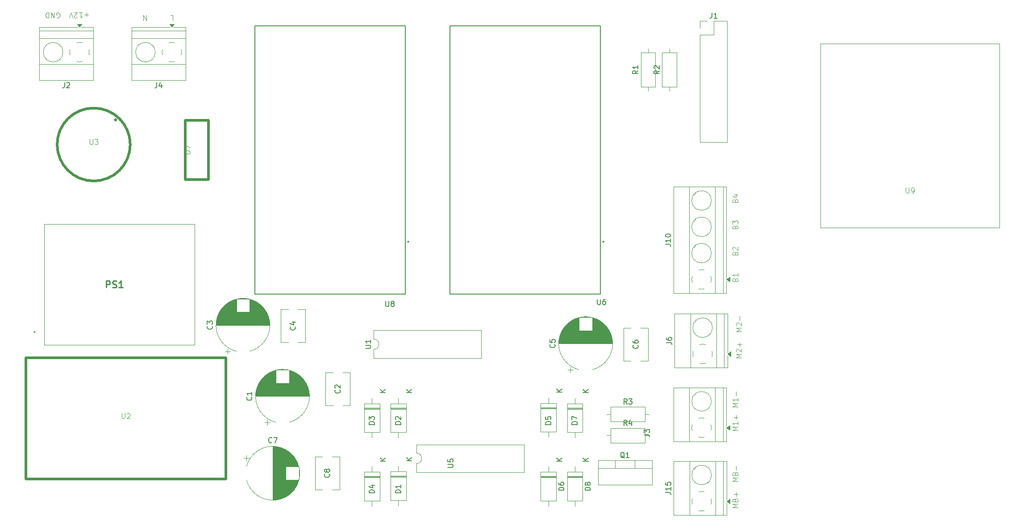
<source format=gbr>
%TF.GenerationSoftware,KiCad,Pcbnew,9.0.0*%
%TF.CreationDate,2025-03-24T15:48:26-05:00*%
%TF.ProjectId,DIIN-proyecto,4449494e-2d70-4726-9f79-6563746f2e6b,rev?*%
%TF.SameCoordinates,Original*%
%TF.FileFunction,Legend,Top*%
%TF.FilePolarity,Positive*%
%FSLAX46Y46*%
G04 Gerber Fmt 4.6, Leading zero omitted, Abs format (unit mm)*
G04 Created by KiCad (PCBNEW 9.0.0) date 2025-03-24 15:48:26*
%MOMM*%
%LPD*%
G01*
G04 APERTURE LIST*
%ADD10C,0.100000*%
%ADD11C,0.254000*%
%ADD12C,0.150000*%
%ADD13C,0.200000*%
%ADD14C,0.120000*%
%ADD15C,0.500000*%
%ADD16C,0.127000*%
%ADD17C,0.319258*%
G04 APERTURE END LIST*
D10*
X174372419Y-130196115D02*
X173372419Y-130196115D01*
X173372419Y-130196115D02*
X174086704Y-129862782D01*
X174086704Y-129862782D02*
X173372419Y-129529449D01*
X173372419Y-129529449D02*
X174372419Y-129529449D01*
X173848609Y-128719925D02*
X173896228Y-128577068D01*
X173896228Y-128577068D02*
X173943847Y-128529449D01*
X173943847Y-128529449D02*
X174039085Y-128481830D01*
X174039085Y-128481830D02*
X174181942Y-128481830D01*
X174181942Y-128481830D02*
X174277180Y-128529449D01*
X174277180Y-128529449D02*
X174324800Y-128577068D01*
X174324800Y-128577068D02*
X174372419Y-128672306D01*
X174372419Y-128672306D02*
X174372419Y-129053258D01*
X174372419Y-129053258D02*
X173372419Y-129053258D01*
X173372419Y-129053258D02*
X173372419Y-128719925D01*
X173372419Y-128719925D02*
X173420038Y-128624687D01*
X173420038Y-128624687D02*
X173467657Y-128577068D01*
X173467657Y-128577068D02*
X173562895Y-128529449D01*
X173562895Y-128529449D02*
X173658133Y-128529449D01*
X173658133Y-128529449D02*
X173753371Y-128577068D01*
X173753371Y-128577068D02*
X173800990Y-128624687D01*
X173800990Y-128624687D02*
X173848609Y-128719925D01*
X173848609Y-128719925D02*
X173848609Y-129053258D01*
X173991466Y-128053258D02*
X173991466Y-127291354D01*
X174372419Y-135196115D02*
X173372419Y-135196115D01*
X173372419Y-135196115D02*
X174086704Y-134862782D01*
X174086704Y-134862782D02*
X173372419Y-134529449D01*
X173372419Y-134529449D02*
X174372419Y-134529449D01*
X173848609Y-133719925D02*
X173896228Y-133577068D01*
X173896228Y-133577068D02*
X173943847Y-133529449D01*
X173943847Y-133529449D02*
X174039085Y-133481830D01*
X174039085Y-133481830D02*
X174181942Y-133481830D01*
X174181942Y-133481830D02*
X174277180Y-133529449D01*
X174277180Y-133529449D02*
X174324800Y-133577068D01*
X174324800Y-133577068D02*
X174372419Y-133672306D01*
X174372419Y-133672306D02*
X174372419Y-134053258D01*
X174372419Y-134053258D02*
X173372419Y-134053258D01*
X173372419Y-134053258D02*
X173372419Y-133719925D01*
X173372419Y-133719925D02*
X173420038Y-133624687D01*
X173420038Y-133624687D02*
X173467657Y-133577068D01*
X173467657Y-133577068D02*
X173562895Y-133529449D01*
X173562895Y-133529449D02*
X173658133Y-133529449D01*
X173658133Y-133529449D02*
X173753371Y-133577068D01*
X173753371Y-133577068D02*
X173800990Y-133624687D01*
X173800990Y-133624687D02*
X173848609Y-133719925D01*
X173848609Y-133719925D02*
X173848609Y-134053258D01*
X173991466Y-133053258D02*
X173991466Y-132291354D01*
X174372419Y-132672306D02*
X173610514Y-132672306D01*
X62196115Y-41627580D02*
X62196115Y-42627580D01*
X62196115Y-42627580D02*
X61624687Y-41627580D01*
X61624687Y-41627580D02*
X61624687Y-42627580D01*
X175063269Y-101696115D02*
X174063269Y-101696115D01*
X174063269Y-101696115D02*
X174777554Y-101362782D01*
X174777554Y-101362782D02*
X174063269Y-101029449D01*
X174063269Y-101029449D02*
X175063269Y-101029449D01*
X174158507Y-100600877D02*
X174110888Y-100553258D01*
X174110888Y-100553258D02*
X174063269Y-100458020D01*
X174063269Y-100458020D02*
X174063269Y-100219925D01*
X174063269Y-100219925D02*
X174110888Y-100124687D01*
X174110888Y-100124687D02*
X174158507Y-100077068D01*
X174158507Y-100077068D02*
X174253745Y-100029449D01*
X174253745Y-100029449D02*
X174348983Y-100029449D01*
X174348983Y-100029449D02*
X174491840Y-100077068D01*
X174491840Y-100077068D02*
X175063269Y-100648496D01*
X175063269Y-100648496D02*
X175063269Y-100029449D01*
X174682316Y-99600877D02*
X174682316Y-98838973D01*
X173848609Y-86862782D02*
X173896228Y-86719925D01*
X173896228Y-86719925D02*
X173943847Y-86672306D01*
X173943847Y-86672306D02*
X174039085Y-86624687D01*
X174039085Y-86624687D02*
X174181942Y-86624687D01*
X174181942Y-86624687D02*
X174277180Y-86672306D01*
X174277180Y-86672306D02*
X174324800Y-86719925D01*
X174324800Y-86719925D02*
X174372419Y-86815163D01*
X174372419Y-86815163D02*
X174372419Y-87196115D01*
X174372419Y-87196115D02*
X173372419Y-87196115D01*
X173372419Y-87196115D02*
X173372419Y-86862782D01*
X173372419Y-86862782D02*
X173420038Y-86767544D01*
X173420038Y-86767544D02*
X173467657Y-86719925D01*
X173467657Y-86719925D02*
X173562895Y-86672306D01*
X173562895Y-86672306D02*
X173658133Y-86672306D01*
X173658133Y-86672306D02*
X173753371Y-86719925D01*
X173753371Y-86719925D02*
X173800990Y-86767544D01*
X173800990Y-86767544D02*
X173848609Y-86862782D01*
X173848609Y-86862782D02*
X173848609Y-87196115D01*
X173467657Y-86243734D02*
X173420038Y-86196115D01*
X173420038Y-86196115D02*
X173372419Y-86100877D01*
X173372419Y-86100877D02*
X173372419Y-85862782D01*
X173372419Y-85862782D02*
X173420038Y-85767544D01*
X173420038Y-85767544D02*
X173467657Y-85719925D01*
X173467657Y-85719925D02*
X173562895Y-85672306D01*
X173562895Y-85672306D02*
X173658133Y-85672306D01*
X173658133Y-85672306D02*
X173800990Y-85719925D01*
X173800990Y-85719925D02*
X174372419Y-86291353D01*
X174372419Y-86291353D02*
X174372419Y-85672306D01*
X173848609Y-76862782D02*
X173896228Y-76719925D01*
X173896228Y-76719925D02*
X173943847Y-76672306D01*
X173943847Y-76672306D02*
X174039085Y-76624687D01*
X174039085Y-76624687D02*
X174181942Y-76624687D01*
X174181942Y-76624687D02*
X174277180Y-76672306D01*
X174277180Y-76672306D02*
X174324800Y-76719925D01*
X174324800Y-76719925D02*
X174372419Y-76815163D01*
X174372419Y-76815163D02*
X174372419Y-77196115D01*
X174372419Y-77196115D02*
X173372419Y-77196115D01*
X173372419Y-77196115D02*
X173372419Y-76862782D01*
X173372419Y-76862782D02*
X173420038Y-76767544D01*
X173420038Y-76767544D02*
X173467657Y-76719925D01*
X173467657Y-76719925D02*
X173562895Y-76672306D01*
X173562895Y-76672306D02*
X173658133Y-76672306D01*
X173658133Y-76672306D02*
X173753371Y-76719925D01*
X173753371Y-76719925D02*
X173800990Y-76767544D01*
X173800990Y-76767544D02*
X173848609Y-76862782D01*
X173848609Y-76862782D02*
X173848609Y-77196115D01*
X173705752Y-75767544D02*
X174372419Y-75767544D01*
X173324800Y-76005639D02*
X174039085Y-76243734D01*
X174039085Y-76243734D02*
X174039085Y-75624687D01*
X173848609Y-91862782D02*
X173896228Y-91719925D01*
X173896228Y-91719925D02*
X173943847Y-91672306D01*
X173943847Y-91672306D02*
X174039085Y-91624687D01*
X174039085Y-91624687D02*
X174181942Y-91624687D01*
X174181942Y-91624687D02*
X174277180Y-91672306D01*
X174277180Y-91672306D02*
X174324800Y-91719925D01*
X174324800Y-91719925D02*
X174372419Y-91815163D01*
X174372419Y-91815163D02*
X174372419Y-92196115D01*
X174372419Y-92196115D02*
X173372419Y-92196115D01*
X173372419Y-92196115D02*
X173372419Y-91862782D01*
X173372419Y-91862782D02*
X173420038Y-91767544D01*
X173420038Y-91767544D02*
X173467657Y-91719925D01*
X173467657Y-91719925D02*
X173562895Y-91672306D01*
X173562895Y-91672306D02*
X173658133Y-91672306D01*
X173658133Y-91672306D02*
X173753371Y-91719925D01*
X173753371Y-91719925D02*
X173800990Y-91767544D01*
X173800990Y-91767544D02*
X173848609Y-91862782D01*
X173848609Y-91862782D02*
X173848609Y-92196115D01*
X174372419Y-90672306D02*
X174372419Y-91243734D01*
X174372419Y-90958020D02*
X173372419Y-90958020D01*
X173372419Y-90958020D02*
X173515276Y-91053258D01*
X173515276Y-91053258D02*
X173610514Y-91148496D01*
X173610514Y-91148496D02*
X173658133Y-91243734D01*
X173848609Y-81862782D02*
X173896228Y-81719925D01*
X173896228Y-81719925D02*
X173943847Y-81672306D01*
X173943847Y-81672306D02*
X174039085Y-81624687D01*
X174039085Y-81624687D02*
X174181942Y-81624687D01*
X174181942Y-81624687D02*
X174277180Y-81672306D01*
X174277180Y-81672306D02*
X174324800Y-81719925D01*
X174324800Y-81719925D02*
X174372419Y-81815163D01*
X174372419Y-81815163D02*
X174372419Y-82196115D01*
X174372419Y-82196115D02*
X173372419Y-82196115D01*
X173372419Y-82196115D02*
X173372419Y-81862782D01*
X173372419Y-81862782D02*
X173420038Y-81767544D01*
X173420038Y-81767544D02*
X173467657Y-81719925D01*
X173467657Y-81719925D02*
X173562895Y-81672306D01*
X173562895Y-81672306D02*
X173658133Y-81672306D01*
X173658133Y-81672306D02*
X173753371Y-81719925D01*
X173753371Y-81719925D02*
X173800990Y-81767544D01*
X173800990Y-81767544D02*
X173848609Y-81862782D01*
X173848609Y-81862782D02*
X173848609Y-82196115D01*
X173372419Y-81291353D02*
X173372419Y-80672306D01*
X173372419Y-80672306D02*
X173753371Y-81005639D01*
X173753371Y-81005639D02*
X173753371Y-80862782D01*
X173753371Y-80862782D02*
X173800990Y-80767544D01*
X173800990Y-80767544D02*
X173848609Y-80719925D01*
X173848609Y-80719925D02*
X173943847Y-80672306D01*
X173943847Y-80672306D02*
X174181942Y-80672306D01*
X174181942Y-80672306D02*
X174277180Y-80719925D01*
X174277180Y-80719925D02*
X174324800Y-80767544D01*
X174324800Y-80767544D02*
X174372419Y-80862782D01*
X174372419Y-80862782D02*
X174372419Y-81148496D01*
X174372419Y-81148496D02*
X174324800Y-81243734D01*
X174324800Y-81243734D02*
X174277180Y-81291353D01*
X66719925Y-41627580D02*
X67196115Y-41627580D01*
X67196115Y-41627580D02*
X67196115Y-42627580D01*
X175063269Y-106696115D02*
X174063269Y-106696115D01*
X174063269Y-106696115D02*
X174777554Y-106362782D01*
X174777554Y-106362782D02*
X174063269Y-106029449D01*
X174063269Y-106029449D02*
X175063269Y-106029449D01*
X174158507Y-105600877D02*
X174110888Y-105553258D01*
X174110888Y-105553258D02*
X174063269Y-105458020D01*
X174063269Y-105458020D02*
X174063269Y-105219925D01*
X174063269Y-105219925D02*
X174110888Y-105124687D01*
X174110888Y-105124687D02*
X174158507Y-105077068D01*
X174158507Y-105077068D02*
X174253745Y-105029449D01*
X174253745Y-105029449D02*
X174348983Y-105029449D01*
X174348983Y-105029449D02*
X174491840Y-105077068D01*
X174491840Y-105077068D02*
X175063269Y-105648496D01*
X175063269Y-105648496D02*
X175063269Y-105029449D01*
X174682316Y-104600877D02*
X174682316Y-103838973D01*
X175063269Y-104219925D02*
X174301364Y-104219925D01*
X174372419Y-120536115D02*
X173372419Y-120536115D01*
X173372419Y-120536115D02*
X174086704Y-120202782D01*
X174086704Y-120202782D02*
X173372419Y-119869449D01*
X173372419Y-119869449D02*
X174372419Y-119869449D01*
X174372419Y-118869449D02*
X174372419Y-119440877D01*
X174372419Y-119155163D02*
X173372419Y-119155163D01*
X173372419Y-119155163D02*
X173515276Y-119250401D01*
X173515276Y-119250401D02*
X173610514Y-119345639D01*
X173610514Y-119345639D02*
X173658133Y-119440877D01*
X173991466Y-118440877D02*
X173991466Y-117678973D01*
X174372419Y-118059925D02*
X173610514Y-118059925D01*
X45172306Y-42079961D02*
X45267544Y-42127580D01*
X45267544Y-42127580D02*
X45410401Y-42127580D01*
X45410401Y-42127580D02*
X45553258Y-42079961D01*
X45553258Y-42079961D02*
X45648496Y-41984723D01*
X45648496Y-41984723D02*
X45696115Y-41889485D01*
X45696115Y-41889485D02*
X45743734Y-41699009D01*
X45743734Y-41699009D02*
X45743734Y-41556152D01*
X45743734Y-41556152D02*
X45696115Y-41365676D01*
X45696115Y-41365676D02*
X45648496Y-41270438D01*
X45648496Y-41270438D02*
X45553258Y-41175200D01*
X45553258Y-41175200D02*
X45410401Y-41127580D01*
X45410401Y-41127580D02*
X45315163Y-41127580D01*
X45315163Y-41127580D02*
X45172306Y-41175200D01*
X45172306Y-41175200D02*
X45124687Y-41222819D01*
X45124687Y-41222819D02*
X45124687Y-41556152D01*
X45124687Y-41556152D02*
X45315163Y-41556152D01*
X44696115Y-41127580D02*
X44696115Y-42127580D01*
X44696115Y-42127580D02*
X44124687Y-41127580D01*
X44124687Y-41127580D02*
X44124687Y-42127580D01*
X43648496Y-41127580D02*
X43648496Y-42127580D01*
X43648496Y-42127580D02*
X43410401Y-42127580D01*
X43410401Y-42127580D02*
X43267544Y-42079961D01*
X43267544Y-42079961D02*
X43172306Y-41984723D01*
X43172306Y-41984723D02*
X43124687Y-41889485D01*
X43124687Y-41889485D02*
X43077068Y-41699009D01*
X43077068Y-41699009D02*
X43077068Y-41556152D01*
X43077068Y-41556152D02*
X43124687Y-41365676D01*
X43124687Y-41365676D02*
X43172306Y-41270438D01*
X43172306Y-41270438D02*
X43267544Y-41175200D01*
X43267544Y-41175200D02*
X43410401Y-41127580D01*
X43410401Y-41127580D02*
X43648496Y-41127580D01*
X51196115Y-41508533D02*
X50434211Y-41508533D01*
X50815163Y-41127580D02*
X50815163Y-41889485D01*
X49434211Y-41127580D02*
X50005639Y-41127580D01*
X49719925Y-41127580D02*
X49719925Y-42127580D01*
X49719925Y-42127580D02*
X49815163Y-41984723D01*
X49815163Y-41984723D02*
X49910401Y-41889485D01*
X49910401Y-41889485D02*
X50005639Y-41841866D01*
X49053258Y-42032342D02*
X49005639Y-42079961D01*
X49005639Y-42079961D02*
X48910401Y-42127580D01*
X48910401Y-42127580D02*
X48672306Y-42127580D01*
X48672306Y-42127580D02*
X48577068Y-42079961D01*
X48577068Y-42079961D02*
X48529449Y-42032342D01*
X48529449Y-42032342D02*
X48481830Y-41937104D01*
X48481830Y-41937104D02*
X48481830Y-41841866D01*
X48481830Y-41841866D02*
X48529449Y-41699009D01*
X48529449Y-41699009D02*
X49100877Y-41127580D01*
X49100877Y-41127580D02*
X48481830Y-41127580D01*
X48196115Y-42127580D02*
X47862782Y-41127580D01*
X47862782Y-41127580D02*
X47529449Y-42127580D01*
X174372419Y-116036115D02*
X173372419Y-116036115D01*
X173372419Y-116036115D02*
X174086704Y-115702782D01*
X174086704Y-115702782D02*
X173372419Y-115369449D01*
X173372419Y-115369449D02*
X174372419Y-115369449D01*
X174372419Y-114369449D02*
X174372419Y-114940877D01*
X174372419Y-114655163D02*
X173372419Y-114655163D01*
X173372419Y-114655163D02*
X173515276Y-114750401D01*
X173515276Y-114750401D02*
X173610514Y-114845639D01*
X173610514Y-114845639D02*
X173658133Y-114940877D01*
X173991466Y-113940877D02*
X173991466Y-113178973D01*
X206238095Y-74417419D02*
X206238095Y-75226942D01*
X206238095Y-75226942D02*
X206285714Y-75322180D01*
X206285714Y-75322180D02*
X206333333Y-75369800D01*
X206333333Y-75369800D02*
X206428571Y-75417419D01*
X206428571Y-75417419D02*
X206619047Y-75417419D01*
X206619047Y-75417419D02*
X206714285Y-75369800D01*
X206714285Y-75369800D02*
X206761904Y-75322180D01*
X206761904Y-75322180D02*
X206809523Y-75226942D01*
X206809523Y-75226942D02*
X206809523Y-74417419D01*
X207333333Y-75417419D02*
X207523809Y-75417419D01*
X207523809Y-75417419D02*
X207619047Y-75369800D01*
X207619047Y-75369800D02*
X207666666Y-75322180D01*
X207666666Y-75322180D02*
X207761904Y-75179323D01*
X207761904Y-75179323D02*
X207809523Y-74988847D01*
X207809523Y-74988847D02*
X207809523Y-74607895D01*
X207809523Y-74607895D02*
X207761904Y-74512657D01*
X207761904Y-74512657D02*
X207714285Y-74465038D01*
X207714285Y-74465038D02*
X207619047Y-74417419D01*
X207619047Y-74417419D02*
X207428571Y-74417419D01*
X207428571Y-74417419D02*
X207333333Y-74465038D01*
X207333333Y-74465038D02*
X207285714Y-74512657D01*
X207285714Y-74512657D02*
X207238095Y-74607895D01*
X207238095Y-74607895D02*
X207238095Y-74845990D01*
X207238095Y-74845990D02*
X207285714Y-74941228D01*
X207285714Y-74941228D02*
X207333333Y-74988847D01*
X207333333Y-74988847D02*
X207428571Y-75036466D01*
X207428571Y-75036466D02*
X207619047Y-75036466D01*
X207619047Y-75036466D02*
X207714285Y-74988847D01*
X207714285Y-74988847D02*
X207761904Y-74941228D01*
X207761904Y-74941228D02*
X207809523Y-74845990D01*
D11*
X54549506Y-93384318D02*
X54549506Y-92114318D01*
X54549506Y-92114318D02*
X55033316Y-92114318D01*
X55033316Y-92114318D02*
X55154268Y-92174794D01*
X55154268Y-92174794D02*
X55214745Y-92235270D01*
X55214745Y-92235270D02*
X55275221Y-92356222D01*
X55275221Y-92356222D02*
X55275221Y-92537651D01*
X55275221Y-92537651D02*
X55214745Y-92658603D01*
X55214745Y-92658603D02*
X55154268Y-92719080D01*
X55154268Y-92719080D02*
X55033316Y-92779556D01*
X55033316Y-92779556D02*
X54549506Y-92779556D01*
X55759030Y-93323842D02*
X55940459Y-93384318D01*
X55940459Y-93384318D02*
X56242840Y-93384318D01*
X56242840Y-93384318D02*
X56363792Y-93323842D01*
X56363792Y-93323842D02*
X56424268Y-93263365D01*
X56424268Y-93263365D02*
X56484745Y-93142413D01*
X56484745Y-93142413D02*
X56484745Y-93021461D01*
X56484745Y-93021461D02*
X56424268Y-92900508D01*
X56424268Y-92900508D02*
X56363792Y-92840032D01*
X56363792Y-92840032D02*
X56242840Y-92779556D01*
X56242840Y-92779556D02*
X56000935Y-92719080D01*
X56000935Y-92719080D02*
X55879983Y-92658603D01*
X55879983Y-92658603D02*
X55819506Y-92598127D01*
X55819506Y-92598127D02*
X55759030Y-92477175D01*
X55759030Y-92477175D02*
X55759030Y-92356222D01*
X55759030Y-92356222D02*
X55819506Y-92235270D01*
X55819506Y-92235270D02*
X55879983Y-92174794D01*
X55879983Y-92174794D02*
X56000935Y-92114318D01*
X56000935Y-92114318D02*
X56303316Y-92114318D01*
X56303316Y-92114318D02*
X56484745Y-92174794D01*
X57694269Y-93384318D02*
X56968554Y-93384318D01*
X57331411Y-93384318D02*
X57331411Y-92114318D01*
X57331411Y-92114318D02*
X57210459Y-92295746D01*
X57210459Y-92295746D02*
X57089507Y-92416699D01*
X57089507Y-92416699D02*
X56968554Y-92477175D01*
D12*
X153333333Y-119584819D02*
X153000000Y-119108628D01*
X152761905Y-119584819D02*
X152761905Y-118584819D01*
X152761905Y-118584819D02*
X153142857Y-118584819D01*
X153142857Y-118584819D02*
X153238095Y-118632438D01*
X153238095Y-118632438D02*
X153285714Y-118680057D01*
X153285714Y-118680057D02*
X153333333Y-118775295D01*
X153333333Y-118775295D02*
X153333333Y-118918152D01*
X153333333Y-118918152D02*
X153285714Y-119013390D01*
X153285714Y-119013390D02*
X153238095Y-119061009D01*
X153238095Y-119061009D02*
X153142857Y-119108628D01*
X153142857Y-119108628D02*
X152761905Y-119108628D01*
X154190476Y-118918152D02*
X154190476Y-119584819D01*
X153952381Y-118537200D02*
X153714286Y-119251485D01*
X153714286Y-119251485D02*
X154333333Y-119251485D01*
X153333333Y-115534819D02*
X153000000Y-115058628D01*
X152761905Y-115534819D02*
X152761905Y-114534819D01*
X152761905Y-114534819D02*
X153142857Y-114534819D01*
X153142857Y-114534819D02*
X153238095Y-114582438D01*
X153238095Y-114582438D02*
X153285714Y-114630057D01*
X153285714Y-114630057D02*
X153333333Y-114725295D01*
X153333333Y-114725295D02*
X153333333Y-114868152D01*
X153333333Y-114868152D02*
X153285714Y-114963390D01*
X153285714Y-114963390D02*
X153238095Y-115011009D01*
X153238095Y-115011009D02*
X153142857Y-115058628D01*
X153142857Y-115058628D02*
X152761905Y-115058628D01*
X153666667Y-114534819D02*
X154285714Y-114534819D01*
X154285714Y-114534819D02*
X153952381Y-114915771D01*
X153952381Y-114915771D02*
X154095238Y-114915771D01*
X154095238Y-114915771D02*
X154190476Y-114963390D01*
X154190476Y-114963390D02*
X154238095Y-115011009D01*
X154238095Y-115011009D02*
X154285714Y-115106247D01*
X154285714Y-115106247D02*
X154285714Y-115344342D01*
X154285714Y-115344342D02*
X154238095Y-115439580D01*
X154238095Y-115439580D02*
X154190476Y-115487200D01*
X154190476Y-115487200D02*
X154095238Y-115534819D01*
X154095238Y-115534819D02*
X153809524Y-115534819D01*
X153809524Y-115534819D02*
X153714286Y-115487200D01*
X153714286Y-115487200D02*
X153666667Y-115439580D01*
X152864761Y-125780057D02*
X152769523Y-125732438D01*
X152769523Y-125732438D02*
X152674285Y-125637200D01*
X152674285Y-125637200D02*
X152531428Y-125494342D01*
X152531428Y-125494342D02*
X152436190Y-125446723D01*
X152436190Y-125446723D02*
X152340952Y-125446723D01*
X152388571Y-125684819D02*
X152293333Y-125637200D01*
X152293333Y-125637200D02*
X152198095Y-125541961D01*
X152198095Y-125541961D02*
X152150476Y-125351485D01*
X152150476Y-125351485D02*
X152150476Y-125018152D01*
X152150476Y-125018152D02*
X152198095Y-124827676D01*
X152198095Y-124827676D02*
X152293333Y-124732438D01*
X152293333Y-124732438D02*
X152388571Y-124684819D01*
X152388571Y-124684819D02*
X152579047Y-124684819D01*
X152579047Y-124684819D02*
X152674285Y-124732438D01*
X152674285Y-124732438D02*
X152769523Y-124827676D01*
X152769523Y-124827676D02*
X152817142Y-125018152D01*
X152817142Y-125018152D02*
X152817142Y-125351485D01*
X152817142Y-125351485D02*
X152769523Y-125541961D01*
X152769523Y-125541961D02*
X152674285Y-125637200D01*
X152674285Y-125637200D02*
X152579047Y-125684819D01*
X152579047Y-125684819D02*
X152388571Y-125684819D01*
X153769523Y-125684819D02*
X153198095Y-125684819D01*
X153483809Y-125684819D02*
X153483809Y-124684819D01*
X153483809Y-124684819D02*
X153388571Y-124827676D01*
X153388571Y-124827676D02*
X153293333Y-124922914D01*
X153293333Y-124922914D02*
X153198095Y-124970533D01*
X160634819Y-132309523D02*
X161349104Y-132309523D01*
X161349104Y-132309523D02*
X161491961Y-132357142D01*
X161491961Y-132357142D02*
X161587200Y-132452380D01*
X161587200Y-132452380D02*
X161634819Y-132595237D01*
X161634819Y-132595237D02*
X161634819Y-132690475D01*
X161634819Y-131309523D02*
X161634819Y-131880951D01*
X161634819Y-131595237D02*
X160634819Y-131595237D01*
X160634819Y-131595237D02*
X160777676Y-131690475D01*
X160777676Y-131690475D02*
X160872914Y-131785713D01*
X160872914Y-131785713D02*
X160920533Y-131880951D01*
X160634819Y-130404761D02*
X160634819Y-130880951D01*
X160634819Y-130880951D02*
X161111009Y-130928570D01*
X161111009Y-130928570D02*
X161063390Y-130880951D01*
X161063390Y-130880951D02*
X161015771Y-130785713D01*
X161015771Y-130785713D02*
X161015771Y-130547618D01*
X161015771Y-130547618D02*
X161063390Y-130452380D01*
X161063390Y-130452380D02*
X161111009Y-130404761D01*
X161111009Y-130404761D02*
X161206247Y-130357142D01*
X161206247Y-130357142D02*
X161444342Y-130357142D01*
X161444342Y-130357142D02*
X161539580Y-130404761D01*
X161539580Y-130404761D02*
X161587200Y-130452380D01*
X161587200Y-130452380D02*
X161634819Y-130547618D01*
X161634819Y-130547618D02*
X161634819Y-130785713D01*
X161634819Y-130785713D02*
X161587200Y-130880951D01*
X161587200Y-130880951D02*
X161539580Y-130928570D01*
D10*
X57509745Y-117267419D02*
X57509745Y-118076942D01*
X57509745Y-118076942D02*
X57557364Y-118172180D01*
X57557364Y-118172180D02*
X57604983Y-118219800D01*
X57604983Y-118219800D02*
X57700221Y-118267419D01*
X57700221Y-118267419D02*
X57890697Y-118267419D01*
X57890697Y-118267419D02*
X57985935Y-118219800D01*
X57985935Y-118219800D02*
X58033554Y-118172180D01*
X58033554Y-118172180D02*
X58081173Y-118076942D01*
X58081173Y-118076942D02*
X58081173Y-117267419D01*
X58509745Y-117362657D02*
X58557364Y-117315038D01*
X58557364Y-117315038D02*
X58652602Y-117267419D01*
X58652602Y-117267419D02*
X58890697Y-117267419D01*
X58890697Y-117267419D02*
X58985935Y-117315038D01*
X58985935Y-117315038D02*
X59033554Y-117362657D01*
X59033554Y-117362657D02*
X59081173Y-117457895D01*
X59081173Y-117457895D02*
X59081173Y-117553133D01*
X59081173Y-117553133D02*
X59033554Y-117695990D01*
X59033554Y-117695990D02*
X58462126Y-118267419D01*
X58462126Y-118267419D02*
X59081173Y-118267419D01*
D12*
X160616469Y-85149523D02*
X161330754Y-85149523D01*
X161330754Y-85149523D02*
X161473611Y-85197142D01*
X161473611Y-85197142D02*
X161568850Y-85292380D01*
X161568850Y-85292380D02*
X161616469Y-85435237D01*
X161616469Y-85435237D02*
X161616469Y-85530475D01*
X161616469Y-84149523D02*
X161616469Y-84720951D01*
X161616469Y-84435237D02*
X160616469Y-84435237D01*
X160616469Y-84435237D02*
X160759326Y-84530475D01*
X160759326Y-84530475D02*
X160854564Y-84625713D01*
X160854564Y-84625713D02*
X160902183Y-84720951D01*
X160616469Y-83530475D02*
X160616469Y-83435237D01*
X160616469Y-83435237D02*
X160664088Y-83339999D01*
X160664088Y-83339999D02*
X160711707Y-83292380D01*
X160711707Y-83292380D02*
X160806945Y-83244761D01*
X160806945Y-83244761D02*
X160997421Y-83197142D01*
X160997421Y-83197142D02*
X161235516Y-83197142D01*
X161235516Y-83197142D02*
X161425992Y-83244761D01*
X161425992Y-83244761D02*
X161521230Y-83292380D01*
X161521230Y-83292380D02*
X161568850Y-83339999D01*
X161568850Y-83339999D02*
X161616469Y-83435237D01*
X161616469Y-83435237D02*
X161616469Y-83530475D01*
X161616469Y-83530475D02*
X161568850Y-83625713D01*
X161568850Y-83625713D02*
X161521230Y-83673332D01*
X161521230Y-83673332D02*
X161425992Y-83720951D01*
X161425992Y-83720951D02*
X161235516Y-83768570D01*
X161235516Y-83768570D02*
X160997421Y-83768570D01*
X160997421Y-83768570D02*
X160806945Y-83720951D01*
X160806945Y-83720951D02*
X160711707Y-83673332D01*
X160711707Y-83673332D02*
X160664088Y-83625713D01*
X160664088Y-83625713D02*
X160616469Y-83530475D01*
D10*
X69454069Y-67961904D02*
X70263592Y-67961904D01*
X70263592Y-67961904D02*
X70358830Y-67914285D01*
X70358830Y-67914285D02*
X70406450Y-67866666D01*
X70406450Y-67866666D02*
X70454069Y-67771428D01*
X70454069Y-67771428D02*
X70454069Y-67580952D01*
X70454069Y-67580952D02*
X70406450Y-67485714D01*
X70406450Y-67485714D02*
X70358830Y-67438095D01*
X70358830Y-67438095D02*
X70263592Y-67390476D01*
X70263592Y-67390476D02*
X69454069Y-67390476D01*
X69454069Y-67009523D02*
X69454069Y-66342857D01*
X69454069Y-66342857D02*
X70454069Y-66771428D01*
D12*
X98856230Y-112826666D02*
X98903850Y-112874285D01*
X98903850Y-112874285D02*
X98951469Y-113017142D01*
X98951469Y-113017142D02*
X98951469Y-113112380D01*
X98951469Y-113112380D02*
X98903850Y-113255237D01*
X98903850Y-113255237D02*
X98808611Y-113350475D01*
X98808611Y-113350475D02*
X98713373Y-113398094D01*
X98713373Y-113398094D02*
X98522897Y-113445713D01*
X98522897Y-113445713D02*
X98380040Y-113445713D01*
X98380040Y-113445713D02*
X98189564Y-113398094D01*
X98189564Y-113398094D02*
X98094326Y-113350475D01*
X98094326Y-113350475D02*
X97999088Y-113255237D01*
X97999088Y-113255237D02*
X97951469Y-113112380D01*
X97951469Y-113112380D02*
X97951469Y-113017142D01*
X97951469Y-113017142D02*
X97999088Y-112874285D01*
X97999088Y-112874285D02*
X98046707Y-112826666D01*
X98046707Y-112445713D02*
X97999088Y-112398094D01*
X97999088Y-112398094D02*
X97951469Y-112302856D01*
X97951469Y-112302856D02*
X97951469Y-112064761D01*
X97951469Y-112064761D02*
X97999088Y-111969523D01*
X97999088Y-111969523D02*
X98046707Y-111921904D01*
X98046707Y-111921904D02*
X98141945Y-111874285D01*
X98141945Y-111874285D02*
X98237183Y-111874285D01*
X98237183Y-111874285D02*
X98380040Y-111921904D01*
X98380040Y-111921904D02*
X98951469Y-112493332D01*
X98951469Y-112493332D02*
X98951469Y-111874285D01*
X155356230Y-104326666D02*
X155403850Y-104374285D01*
X155403850Y-104374285D02*
X155451469Y-104517142D01*
X155451469Y-104517142D02*
X155451469Y-104612380D01*
X155451469Y-104612380D02*
X155403850Y-104755237D01*
X155403850Y-104755237D02*
X155308611Y-104850475D01*
X155308611Y-104850475D02*
X155213373Y-104898094D01*
X155213373Y-104898094D02*
X155022897Y-104945713D01*
X155022897Y-104945713D02*
X154880040Y-104945713D01*
X154880040Y-104945713D02*
X154689564Y-104898094D01*
X154689564Y-104898094D02*
X154594326Y-104850475D01*
X154594326Y-104850475D02*
X154499088Y-104755237D01*
X154499088Y-104755237D02*
X154451469Y-104612380D01*
X154451469Y-104612380D02*
X154451469Y-104517142D01*
X154451469Y-104517142D02*
X154499088Y-104374285D01*
X154499088Y-104374285D02*
X154546707Y-104326666D01*
X154451469Y-103469523D02*
X154451469Y-103659999D01*
X154451469Y-103659999D02*
X154499088Y-103755237D01*
X154499088Y-103755237D02*
X154546707Y-103802856D01*
X154546707Y-103802856D02*
X154689564Y-103898094D01*
X154689564Y-103898094D02*
X154880040Y-103945713D01*
X154880040Y-103945713D02*
X155260992Y-103945713D01*
X155260992Y-103945713D02*
X155356230Y-103898094D01*
X155356230Y-103898094D02*
X155403850Y-103850475D01*
X155403850Y-103850475D02*
X155451469Y-103755237D01*
X155451469Y-103755237D02*
X155451469Y-103564761D01*
X155451469Y-103564761D02*
X155403850Y-103469523D01*
X155403850Y-103469523D02*
X155356230Y-103421904D01*
X155356230Y-103421904D02*
X155260992Y-103374285D01*
X155260992Y-103374285D02*
X155022897Y-103374285D01*
X155022897Y-103374285D02*
X154927659Y-103421904D01*
X154927659Y-103421904D02*
X154880040Y-103469523D01*
X154880040Y-103469523D02*
X154832421Y-103564761D01*
X154832421Y-103564761D02*
X154832421Y-103755237D01*
X154832421Y-103755237D02*
X154880040Y-103850475D01*
X154880040Y-103850475D02*
X154927659Y-103898094D01*
X154927659Y-103898094D02*
X155022897Y-103945713D01*
X85962283Y-122769580D02*
X85914664Y-122817200D01*
X85914664Y-122817200D02*
X85771807Y-122864819D01*
X85771807Y-122864819D02*
X85676569Y-122864819D01*
X85676569Y-122864819D02*
X85533712Y-122817200D01*
X85533712Y-122817200D02*
X85438474Y-122721961D01*
X85438474Y-122721961D02*
X85390855Y-122626723D01*
X85390855Y-122626723D02*
X85343236Y-122436247D01*
X85343236Y-122436247D02*
X85343236Y-122293390D01*
X85343236Y-122293390D02*
X85390855Y-122102914D01*
X85390855Y-122102914D02*
X85438474Y-122007676D01*
X85438474Y-122007676D02*
X85533712Y-121912438D01*
X85533712Y-121912438D02*
X85676569Y-121864819D01*
X85676569Y-121864819D02*
X85771807Y-121864819D01*
X85771807Y-121864819D02*
X85914664Y-121912438D01*
X85914664Y-121912438D02*
X85962283Y-121960057D01*
X86295617Y-121864819D02*
X86962283Y-121864819D01*
X86962283Y-121864819D02*
X86533712Y-122864819D01*
X110411469Y-119398094D02*
X109411469Y-119398094D01*
X109411469Y-119398094D02*
X109411469Y-119159999D01*
X109411469Y-119159999D02*
X109459088Y-119017142D01*
X109459088Y-119017142D02*
X109554326Y-118921904D01*
X109554326Y-118921904D02*
X109649564Y-118874285D01*
X109649564Y-118874285D02*
X109840040Y-118826666D01*
X109840040Y-118826666D02*
X109982897Y-118826666D01*
X109982897Y-118826666D02*
X110173373Y-118874285D01*
X110173373Y-118874285D02*
X110268611Y-118921904D01*
X110268611Y-118921904D02*
X110363850Y-119017142D01*
X110363850Y-119017142D02*
X110411469Y-119159999D01*
X110411469Y-119159999D02*
X110411469Y-119398094D01*
X109506707Y-118445713D02*
X109459088Y-118398094D01*
X109459088Y-118398094D02*
X109411469Y-118302856D01*
X109411469Y-118302856D02*
X109411469Y-118064761D01*
X109411469Y-118064761D02*
X109459088Y-117969523D01*
X109459088Y-117969523D02*
X109506707Y-117921904D01*
X109506707Y-117921904D02*
X109601945Y-117874285D01*
X109601945Y-117874285D02*
X109697183Y-117874285D01*
X109697183Y-117874285D02*
X109840040Y-117921904D01*
X109840040Y-117921904D02*
X110411469Y-118493332D01*
X110411469Y-118493332D02*
X110411469Y-117874285D01*
X112511469Y-113341904D02*
X111511469Y-113341904D01*
X112511469Y-112770476D02*
X111940040Y-113199047D01*
X111511469Y-112770476D02*
X112082897Y-113341904D01*
X138911469Y-119398094D02*
X137911469Y-119398094D01*
X137911469Y-119398094D02*
X137911469Y-119159999D01*
X137911469Y-119159999D02*
X137959088Y-119017142D01*
X137959088Y-119017142D02*
X138054326Y-118921904D01*
X138054326Y-118921904D02*
X138149564Y-118874285D01*
X138149564Y-118874285D02*
X138340040Y-118826666D01*
X138340040Y-118826666D02*
X138482897Y-118826666D01*
X138482897Y-118826666D02*
X138673373Y-118874285D01*
X138673373Y-118874285D02*
X138768611Y-118921904D01*
X138768611Y-118921904D02*
X138863850Y-119017142D01*
X138863850Y-119017142D02*
X138911469Y-119159999D01*
X138911469Y-119159999D02*
X138911469Y-119398094D01*
X137911469Y-117921904D02*
X137911469Y-118398094D01*
X137911469Y-118398094D02*
X138387659Y-118445713D01*
X138387659Y-118445713D02*
X138340040Y-118398094D01*
X138340040Y-118398094D02*
X138292421Y-118302856D01*
X138292421Y-118302856D02*
X138292421Y-118064761D01*
X138292421Y-118064761D02*
X138340040Y-117969523D01*
X138340040Y-117969523D02*
X138387659Y-117921904D01*
X138387659Y-117921904D02*
X138482897Y-117874285D01*
X138482897Y-117874285D02*
X138720992Y-117874285D01*
X138720992Y-117874285D02*
X138816230Y-117921904D01*
X138816230Y-117921904D02*
X138863850Y-117969523D01*
X138863850Y-117969523D02*
X138911469Y-118064761D01*
X138911469Y-118064761D02*
X138911469Y-118302856D01*
X138911469Y-118302856D02*
X138863850Y-118398094D01*
X138863850Y-118398094D02*
X138816230Y-118445713D01*
X141011469Y-113261904D02*
X140011469Y-113261904D01*
X141011469Y-112690476D02*
X140440040Y-113119047D01*
X140011469Y-112690476D02*
X140582897Y-113261904D01*
X169433316Y-41204819D02*
X169433316Y-41919104D01*
X169433316Y-41919104D02*
X169385697Y-42061961D01*
X169385697Y-42061961D02*
X169290459Y-42157200D01*
X169290459Y-42157200D02*
X169147602Y-42204819D01*
X169147602Y-42204819D02*
X169052364Y-42204819D01*
X170433316Y-42204819D02*
X169861888Y-42204819D01*
X170147602Y-42204819D02*
X170147602Y-41204819D01*
X170147602Y-41204819D02*
X170052364Y-41347676D01*
X170052364Y-41347676D02*
X169957126Y-41442914D01*
X169957126Y-41442914D02*
X169861888Y-41490533D01*
X107589745Y-95974819D02*
X107589745Y-96784342D01*
X107589745Y-96784342D02*
X107637364Y-96879580D01*
X107637364Y-96879580D02*
X107684983Y-96927200D01*
X107684983Y-96927200D02*
X107780221Y-96974819D01*
X107780221Y-96974819D02*
X107970697Y-96974819D01*
X107970697Y-96974819D02*
X108065935Y-96927200D01*
X108065935Y-96927200D02*
X108113554Y-96879580D01*
X108113554Y-96879580D02*
X108161173Y-96784342D01*
X108161173Y-96784342D02*
X108161173Y-95974819D01*
X108780221Y-96403390D02*
X108684983Y-96355771D01*
X108684983Y-96355771D02*
X108637364Y-96308152D01*
X108637364Y-96308152D02*
X108589745Y-96212914D01*
X108589745Y-96212914D02*
X108589745Y-96165295D01*
X108589745Y-96165295D02*
X108637364Y-96070057D01*
X108637364Y-96070057D02*
X108684983Y-96022438D01*
X108684983Y-96022438D02*
X108780221Y-95974819D01*
X108780221Y-95974819D02*
X108970697Y-95974819D01*
X108970697Y-95974819D02*
X109065935Y-96022438D01*
X109065935Y-96022438D02*
X109113554Y-96070057D01*
X109113554Y-96070057D02*
X109161173Y-96165295D01*
X109161173Y-96165295D02*
X109161173Y-96212914D01*
X109161173Y-96212914D02*
X109113554Y-96308152D01*
X109113554Y-96308152D02*
X109065935Y-96355771D01*
X109065935Y-96355771D02*
X108970697Y-96403390D01*
X108970697Y-96403390D02*
X108780221Y-96403390D01*
X108780221Y-96403390D02*
X108684983Y-96451009D01*
X108684983Y-96451009D02*
X108637364Y-96498628D01*
X108637364Y-96498628D02*
X108589745Y-96593866D01*
X108589745Y-96593866D02*
X108589745Y-96784342D01*
X108589745Y-96784342D02*
X108637364Y-96879580D01*
X108637364Y-96879580D02*
X108684983Y-96927200D01*
X108684983Y-96927200D02*
X108780221Y-96974819D01*
X108780221Y-96974819D02*
X108970697Y-96974819D01*
X108970697Y-96974819D02*
X109065935Y-96927200D01*
X109065935Y-96927200D02*
X109113554Y-96879580D01*
X109113554Y-96879580D02*
X109161173Y-96784342D01*
X109161173Y-96784342D02*
X109161173Y-96593866D01*
X109161173Y-96593866D02*
X109113554Y-96498628D01*
X109113554Y-96498628D02*
X109065935Y-96451009D01*
X109065935Y-96451009D02*
X108970697Y-96403390D01*
X139606230Y-104194366D02*
X139653850Y-104241985D01*
X139653850Y-104241985D02*
X139701469Y-104384842D01*
X139701469Y-104384842D02*
X139701469Y-104480080D01*
X139701469Y-104480080D02*
X139653850Y-104622937D01*
X139653850Y-104622937D02*
X139558611Y-104718175D01*
X139558611Y-104718175D02*
X139463373Y-104765794D01*
X139463373Y-104765794D02*
X139272897Y-104813413D01*
X139272897Y-104813413D02*
X139130040Y-104813413D01*
X139130040Y-104813413D02*
X138939564Y-104765794D01*
X138939564Y-104765794D02*
X138844326Y-104718175D01*
X138844326Y-104718175D02*
X138749088Y-104622937D01*
X138749088Y-104622937D02*
X138701469Y-104480080D01*
X138701469Y-104480080D02*
X138701469Y-104384842D01*
X138701469Y-104384842D02*
X138749088Y-104241985D01*
X138749088Y-104241985D02*
X138796707Y-104194366D01*
X138701469Y-103289604D02*
X138701469Y-103765794D01*
X138701469Y-103765794D02*
X139177659Y-103813413D01*
X139177659Y-103813413D02*
X139130040Y-103765794D01*
X139130040Y-103765794D02*
X139082421Y-103670556D01*
X139082421Y-103670556D02*
X139082421Y-103432461D01*
X139082421Y-103432461D02*
X139130040Y-103337223D01*
X139130040Y-103337223D02*
X139177659Y-103289604D01*
X139177659Y-103289604D02*
X139272897Y-103241985D01*
X139272897Y-103241985D02*
X139510992Y-103241985D01*
X139510992Y-103241985D02*
X139606230Y-103289604D01*
X139606230Y-103289604D02*
X139653850Y-103337223D01*
X139653850Y-103337223D02*
X139701469Y-103432461D01*
X139701469Y-103432461D02*
X139701469Y-103670556D01*
X139701469Y-103670556D02*
X139653850Y-103765794D01*
X139653850Y-103765794D02*
X139606230Y-103813413D01*
X105411469Y-132398094D02*
X104411469Y-132398094D01*
X104411469Y-132398094D02*
X104411469Y-132159999D01*
X104411469Y-132159999D02*
X104459088Y-132017142D01*
X104459088Y-132017142D02*
X104554326Y-131921904D01*
X104554326Y-131921904D02*
X104649564Y-131874285D01*
X104649564Y-131874285D02*
X104840040Y-131826666D01*
X104840040Y-131826666D02*
X104982897Y-131826666D01*
X104982897Y-131826666D02*
X105173373Y-131874285D01*
X105173373Y-131874285D02*
X105268611Y-131921904D01*
X105268611Y-131921904D02*
X105363850Y-132017142D01*
X105363850Y-132017142D02*
X105411469Y-132159999D01*
X105411469Y-132159999D02*
X105411469Y-132398094D01*
X104744802Y-130969523D02*
X105411469Y-130969523D01*
X104363850Y-131207618D02*
X105078135Y-131445713D01*
X105078135Y-131445713D02*
X105078135Y-130826666D01*
X107511469Y-126341904D02*
X106511469Y-126341904D01*
X107511469Y-125770476D02*
X106940040Y-126199047D01*
X106511469Y-125770476D02*
X107082897Y-126341904D01*
X141381469Y-131898094D02*
X140381469Y-131898094D01*
X140381469Y-131898094D02*
X140381469Y-131659999D01*
X140381469Y-131659999D02*
X140429088Y-131517142D01*
X140429088Y-131517142D02*
X140524326Y-131421904D01*
X140524326Y-131421904D02*
X140619564Y-131374285D01*
X140619564Y-131374285D02*
X140810040Y-131326666D01*
X140810040Y-131326666D02*
X140952897Y-131326666D01*
X140952897Y-131326666D02*
X141143373Y-131374285D01*
X141143373Y-131374285D02*
X141238611Y-131421904D01*
X141238611Y-131421904D02*
X141333850Y-131517142D01*
X141333850Y-131517142D02*
X141381469Y-131659999D01*
X141381469Y-131659999D02*
X141381469Y-131898094D01*
X140381469Y-130469523D02*
X140381469Y-130659999D01*
X140381469Y-130659999D02*
X140429088Y-130755237D01*
X140429088Y-130755237D02*
X140476707Y-130802856D01*
X140476707Y-130802856D02*
X140619564Y-130898094D01*
X140619564Y-130898094D02*
X140810040Y-130945713D01*
X140810040Y-130945713D02*
X141190992Y-130945713D01*
X141190992Y-130945713D02*
X141286230Y-130898094D01*
X141286230Y-130898094D02*
X141333850Y-130850475D01*
X141333850Y-130850475D02*
X141381469Y-130755237D01*
X141381469Y-130755237D02*
X141381469Y-130564761D01*
X141381469Y-130564761D02*
X141333850Y-130469523D01*
X141333850Y-130469523D02*
X141286230Y-130421904D01*
X141286230Y-130421904D02*
X141190992Y-130374285D01*
X141190992Y-130374285D02*
X140952897Y-130374285D01*
X140952897Y-130374285D02*
X140857659Y-130421904D01*
X140857659Y-130421904D02*
X140810040Y-130469523D01*
X140810040Y-130469523D02*
X140762421Y-130564761D01*
X140762421Y-130564761D02*
X140762421Y-130755237D01*
X140762421Y-130755237D02*
X140810040Y-130850475D01*
X140810040Y-130850475D02*
X140857659Y-130898094D01*
X140857659Y-130898094D02*
X140952897Y-130945713D01*
X141011469Y-126341904D02*
X140011469Y-126341904D01*
X141011469Y-125770476D02*
X140440040Y-126199047D01*
X140011469Y-125770476D02*
X140582897Y-126341904D01*
X159471469Y-52171666D02*
X158995278Y-52504999D01*
X159471469Y-52743094D02*
X158471469Y-52743094D01*
X158471469Y-52743094D02*
X158471469Y-52362142D01*
X158471469Y-52362142D02*
X158519088Y-52266904D01*
X158519088Y-52266904D02*
X158566707Y-52219285D01*
X158566707Y-52219285D02*
X158661945Y-52171666D01*
X158661945Y-52171666D02*
X158804802Y-52171666D01*
X158804802Y-52171666D02*
X158900040Y-52219285D01*
X158900040Y-52219285D02*
X158947659Y-52266904D01*
X158947659Y-52266904D02*
X158995278Y-52362142D01*
X158995278Y-52362142D02*
X158995278Y-52743094D01*
X158566707Y-51790713D02*
X158519088Y-51743094D01*
X158519088Y-51743094D02*
X158471469Y-51647856D01*
X158471469Y-51647856D02*
X158471469Y-51409761D01*
X158471469Y-51409761D02*
X158519088Y-51314523D01*
X158519088Y-51314523D02*
X158566707Y-51266904D01*
X158566707Y-51266904D02*
X158661945Y-51219285D01*
X158661945Y-51219285D02*
X158757183Y-51219285D01*
X158757183Y-51219285D02*
X158900040Y-51266904D01*
X158900040Y-51266904D02*
X159471469Y-51838332D01*
X159471469Y-51838332D02*
X159471469Y-51219285D01*
X110411469Y-132398094D02*
X109411469Y-132398094D01*
X109411469Y-132398094D02*
X109411469Y-132159999D01*
X109411469Y-132159999D02*
X109459088Y-132017142D01*
X109459088Y-132017142D02*
X109554326Y-131921904D01*
X109554326Y-131921904D02*
X109649564Y-131874285D01*
X109649564Y-131874285D02*
X109840040Y-131826666D01*
X109840040Y-131826666D02*
X109982897Y-131826666D01*
X109982897Y-131826666D02*
X110173373Y-131874285D01*
X110173373Y-131874285D02*
X110268611Y-131921904D01*
X110268611Y-131921904D02*
X110363850Y-132017142D01*
X110363850Y-132017142D02*
X110411469Y-132159999D01*
X110411469Y-132159999D02*
X110411469Y-132398094D01*
X110411469Y-130874285D02*
X110411469Y-131445713D01*
X110411469Y-131159999D02*
X109411469Y-131159999D01*
X109411469Y-131159999D02*
X109554326Y-131255237D01*
X109554326Y-131255237D02*
X109649564Y-131350475D01*
X109649564Y-131350475D02*
X109697183Y-131445713D01*
X112511469Y-126261904D02*
X111511469Y-126261904D01*
X112511469Y-125690476D02*
X111940040Y-126119047D01*
X111511469Y-125690476D02*
X112082897Y-126261904D01*
X82106230Y-114194366D02*
X82153850Y-114241985D01*
X82153850Y-114241985D02*
X82201469Y-114384842D01*
X82201469Y-114384842D02*
X82201469Y-114480080D01*
X82201469Y-114480080D02*
X82153850Y-114622937D01*
X82153850Y-114622937D02*
X82058611Y-114718175D01*
X82058611Y-114718175D02*
X81963373Y-114765794D01*
X81963373Y-114765794D02*
X81772897Y-114813413D01*
X81772897Y-114813413D02*
X81630040Y-114813413D01*
X81630040Y-114813413D02*
X81439564Y-114765794D01*
X81439564Y-114765794D02*
X81344326Y-114718175D01*
X81344326Y-114718175D02*
X81249088Y-114622937D01*
X81249088Y-114622937D02*
X81201469Y-114480080D01*
X81201469Y-114480080D02*
X81201469Y-114384842D01*
X81201469Y-114384842D02*
X81249088Y-114241985D01*
X81249088Y-114241985D02*
X81296707Y-114194366D01*
X82201469Y-113241985D02*
X82201469Y-113813413D01*
X82201469Y-113527699D02*
X81201469Y-113527699D01*
X81201469Y-113527699D02*
X81344326Y-113622937D01*
X81344326Y-113622937D02*
X81439564Y-113718175D01*
X81439564Y-113718175D02*
X81487183Y-113813413D01*
D10*
X51424745Y-65157419D02*
X51424745Y-65966942D01*
X51424745Y-65966942D02*
X51472364Y-66062180D01*
X51472364Y-66062180D02*
X51519983Y-66109800D01*
X51519983Y-66109800D02*
X51615221Y-66157419D01*
X51615221Y-66157419D02*
X51805697Y-66157419D01*
X51805697Y-66157419D02*
X51900935Y-66109800D01*
X51900935Y-66109800D02*
X51948554Y-66062180D01*
X51948554Y-66062180D02*
X51996173Y-65966942D01*
X51996173Y-65966942D02*
X51996173Y-65157419D01*
X52377126Y-65157419D02*
X52996173Y-65157419D01*
X52996173Y-65157419D02*
X52662840Y-65538371D01*
X52662840Y-65538371D02*
X52805697Y-65538371D01*
X52805697Y-65538371D02*
X52900935Y-65585990D01*
X52900935Y-65585990D02*
X52948554Y-65633609D01*
X52948554Y-65633609D02*
X52996173Y-65728847D01*
X52996173Y-65728847D02*
X52996173Y-65966942D01*
X52996173Y-65966942D02*
X52948554Y-66062180D01*
X52948554Y-66062180D02*
X52900935Y-66109800D01*
X52900935Y-66109800D02*
X52805697Y-66157419D01*
X52805697Y-66157419D02*
X52519983Y-66157419D01*
X52519983Y-66157419D02*
X52424745Y-66109800D01*
X52424745Y-66109800D02*
X52377126Y-66062180D01*
D12*
X46663316Y-54434819D02*
X46663316Y-55149104D01*
X46663316Y-55149104D02*
X46615697Y-55291961D01*
X46615697Y-55291961D02*
X46520459Y-55387200D01*
X46520459Y-55387200D02*
X46377602Y-55434819D01*
X46377602Y-55434819D02*
X46282364Y-55434819D01*
X47091888Y-54530057D02*
X47139507Y-54482438D01*
X47139507Y-54482438D02*
X47234745Y-54434819D01*
X47234745Y-54434819D02*
X47472840Y-54434819D01*
X47472840Y-54434819D02*
X47568078Y-54482438D01*
X47568078Y-54482438D02*
X47615697Y-54530057D01*
X47615697Y-54530057D02*
X47663316Y-54625295D01*
X47663316Y-54625295D02*
X47663316Y-54720533D01*
X47663316Y-54720533D02*
X47615697Y-54863390D01*
X47615697Y-54863390D02*
X47044269Y-55434819D01*
X47044269Y-55434819D02*
X47663316Y-55434819D01*
X156616469Y-121333333D02*
X157330754Y-121333333D01*
X157330754Y-121333333D02*
X157473611Y-121380952D01*
X157473611Y-121380952D02*
X157568850Y-121476190D01*
X157568850Y-121476190D02*
X157616469Y-121619047D01*
X157616469Y-121619047D02*
X157616469Y-121714285D01*
X156616469Y-120952380D02*
X156616469Y-120333333D01*
X156616469Y-120333333D02*
X156997421Y-120666666D01*
X156997421Y-120666666D02*
X156997421Y-120523809D01*
X156997421Y-120523809D02*
X157045040Y-120428571D01*
X157045040Y-120428571D02*
X157092659Y-120380952D01*
X157092659Y-120380952D02*
X157187897Y-120333333D01*
X157187897Y-120333333D02*
X157425992Y-120333333D01*
X157425992Y-120333333D02*
X157521230Y-120380952D01*
X157521230Y-120380952D02*
X157568850Y-120428571D01*
X157568850Y-120428571D02*
X157616469Y-120523809D01*
X157616469Y-120523809D02*
X157616469Y-120809523D01*
X157616469Y-120809523D02*
X157568850Y-120904761D01*
X157568850Y-120904761D02*
X157521230Y-120952380D01*
X96856230Y-128826666D02*
X96903850Y-128874285D01*
X96903850Y-128874285D02*
X96951469Y-129017142D01*
X96951469Y-129017142D02*
X96951469Y-129112380D01*
X96951469Y-129112380D02*
X96903850Y-129255237D01*
X96903850Y-129255237D02*
X96808611Y-129350475D01*
X96808611Y-129350475D02*
X96713373Y-129398094D01*
X96713373Y-129398094D02*
X96522897Y-129445713D01*
X96522897Y-129445713D02*
X96380040Y-129445713D01*
X96380040Y-129445713D02*
X96189564Y-129398094D01*
X96189564Y-129398094D02*
X96094326Y-129350475D01*
X96094326Y-129350475D02*
X95999088Y-129255237D01*
X95999088Y-129255237D02*
X95951469Y-129112380D01*
X95951469Y-129112380D02*
X95951469Y-129017142D01*
X95951469Y-129017142D02*
X95999088Y-128874285D01*
X95999088Y-128874285D02*
X96046707Y-128826666D01*
X96380040Y-128255237D02*
X96332421Y-128350475D01*
X96332421Y-128350475D02*
X96284802Y-128398094D01*
X96284802Y-128398094D02*
X96189564Y-128445713D01*
X96189564Y-128445713D02*
X96141945Y-128445713D01*
X96141945Y-128445713D02*
X96046707Y-128398094D01*
X96046707Y-128398094D02*
X95999088Y-128350475D01*
X95999088Y-128350475D02*
X95951469Y-128255237D01*
X95951469Y-128255237D02*
X95951469Y-128064761D01*
X95951469Y-128064761D02*
X95999088Y-127969523D01*
X95999088Y-127969523D02*
X96046707Y-127921904D01*
X96046707Y-127921904D02*
X96141945Y-127874285D01*
X96141945Y-127874285D02*
X96189564Y-127874285D01*
X96189564Y-127874285D02*
X96284802Y-127921904D01*
X96284802Y-127921904D02*
X96332421Y-127969523D01*
X96332421Y-127969523D02*
X96380040Y-128064761D01*
X96380040Y-128064761D02*
X96380040Y-128255237D01*
X96380040Y-128255237D02*
X96427659Y-128350475D01*
X96427659Y-128350475D02*
X96475278Y-128398094D01*
X96475278Y-128398094D02*
X96570516Y-128445713D01*
X96570516Y-128445713D02*
X96760992Y-128445713D01*
X96760992Y-128445713D02*
X96856230Y-128398094D01*
X96856230Y-128398094D02*
X96903850Y-128350475D01*
X96903850Y-128350475D02*
X96951469Y-128255237D01*
X96951469Y-128255237D02*
X96951469Y-128064761D01*
X96951469Y-128064761D02*
X96903850Y-127969523D01*
X96903850Y-127969523D02*
X96856230Y-127921904D01*
X96856230Y-127921904D02*
X96760992Y-127874285D01*
X96760992Y-127874285D02*
X96570516Y-127874285D01*
X96570516Y-127874285D02*
X96475278Y-127921904D01*
X96475278Y-127921904D02*
X96427659Y-127969523D01*
X96427659Y-127969523D02*
X96380040Y-128064761D01*
X90356230Y-100826666D02*
X90403850Y-100874285D01*
X90403850Y-100874285D02*
X90451469Y-101017142D01*
X90451469Y-101017142D02*
X90451469Y-101112380D01*
X90451469Y-101112380D02*
X90403850Y-101255237D01*
X90403850Y-101255237D02*
X90308611Y-101350475D01*
X90308611Y-101350475D02*
X90213373Y-101398094D01*
X90213373Y-101398094D02*
X90022897Y-101445713D01*
X90022897Y-101445713D02*
X89880040Y-101445713D01*
X89880040Y-101445713D02*
X89689564Y-101398094D01*
X89689564Y-101398094D02*
X89594326Y-101350475D01*
X89594326Y-101350475D02*
X89499088Y-101255237D01*
X89499088Y-101255237D02*
X89451469Y-101112380D01*
X89451469Y-101112380D02*
X89451469Y-101017142D01*
X89451469Y-101017142D02*
X89499088Y-100874285D01*
X89499088Y-100874285D02*
X89546707Y-100826666D01*
X89784802Y-99969523D02*
X90451469Y-99969523D01*
X89403850Y-100207618D02*
X90118135Y-100445713D01*
X90118135Y-100445713D02*
X90118135Y-99826666D01*
X146381469Y-131898094D02*
X145381469Y-131898094D01*
X145381469Y-131898094D02*
X145381469Y-131659999D01*
X145381469Y-131659999D02*
X145429088Y-131517142D01*
X145429088Y-131517142D02*
X145524326Y-131421904D01*
X145524326Y-131421904D02*
X145619564Y-131374285D01*
X145619564Y-131374285D02*
X145810040Y-131326666D01*
X145810040Y-131326666D02*
X145952897Y-131326666D01*
X145952897Y-131326666D02*
X146143373Y-131374285D01*
X146143373Y-131374285D02*
X146238611Y-131421904D01*
X146238611Y-131421904D02*
X146333850Y-131517142D01*
X146333850Y-131517142D02*
X146381469Y-131659999D01*
X146381469Y-131659999D02*
X146381469Y-131898094D01*
X145810040Y-130755237D02*
X145762421Y-130850475D01*
X145762421Y-130850475D02*
X145714802Y-130898094D01*
X145714802Y-130898094D02*
X145619564Y-130945713D01*
X145619564Y-130945713D02*
X145571945Y-130945713D01*
X145571945Y-130945713D02*
X145476707Y-130898094D01*
X145476707Y-130898094D02*
X145429088Y-130850475D01*
X145429088Y-130850475D02*
X145381469Y-130755237D01*
X145381469Y-130755237D02*
X145381469Y-130564761D01*
X145381469Y-130564761D02*
X145429088Y-130469523D01*
X145429088Y-130469523D02*
X145476707Y-130421904D01*
X145476707Y-130421904D02*
X145571945Y-130374285D01*
X145571945Y-130374285D02*
X145619564Y-130374285D01*
X145619564Y-130374285D02*
X145714802Y-130421904D01*
X145714802Y-130421904D02*
X145762421Y-130469523D01*
X145762421Y-130469523D02*
X145810040Y-130564761D01*
X145810040Y-130564761D02*
X145810040Y-130755237D01*
X145810040Y-130755237D02*
X145857659Y-130850475D01*
X145857659Y-130850475D02*
X145905278Y-130898094D01*
X145905278Y-130898094D02*
X146000516Y-130945713D01*
X146000516Y-130945713D02*
X146190992Y-130945713D01*
X146190992Y-130945713D02*
X146286230Y-130898094D01*
X146286230Y-130898094D02*
X146333850Y-130850475D01*
X146333850Y-130850475D02*
X146381469Y-130755237D01*
X146381469Y-130755237D02*
X146381469Y-130564761D01*
X146381469Y-130564761D02*
X146333850Y-130469523D01*
X146333850Y-130469523D02*
X146286230Y-130421904D01*
X146286230Y-130421904D02*
X146190992Y-130374285D01*
X146190992Y-130374285D02*
X146000516Y-130374285D01*
X146000516Y-130374285D02*
X145905278Y-130421904D01*
X145905278Y-130421904D02*
X145857659Y-130469523D01*
X145857659Y-130469523D02*
X145810040Y-130564761D01*
X146011469Y-126341904D02*
X145011469Y-126341904D01*
X146011469Y-125770476D02*
X145440040Y-126199047D01*
X145011469Y-125770476D02*
X145582897Y-126341904D01*
X64163316Y-54434819D02*
X64163316Y-55149104D01*
X64163316Y-55149104D02*
X64115697Y-55291961D01*
X64115697Y-55291961D02*
X64020459Y-55387200D01*
X64020459Y-55387200D02*
X63877602Y-55434819D01*
X63877602Y-55434819D02*
X63782364Y-55434819D01*
X65068078Y-54768152D02*
X65068078Y-55434819D01*
X64829983Y-54387200D02*
X64591888Y-55101485D01*
X64591888Y-55101485D02*
X65210935Y-55101485D01*
X119341469Y-127531904D02*
X120150992Y-127531904D01*
X120150992Y-127531904D02*
X120246230Y-127484285D01*
X120246230Y-127484285D02*
X120293850Y-127436666D01*
X120293850Y-127436666D02*
X120341469Y-127341428D01*
X120341469Y-127341428D02*
X120341469Y-127150952D01*
X120341469Y-127150952D02*
X120293850Y-127055714D01*
X120293850Y-127055714D02*
X120246230Y-127008095D01*
X120246230Y-127008095D02*
X120150992Y-126960476D01*
X120150992Y-126960476D02*
X119341469Y-126960476D01*
X119341469Y-126008095D02*
X119341469Y-126484285D01*
X119341469Y-126484285D02*
X119817659Y-126531904D01*
X119817659Y-126531904D02*
X119770040Y-126484285D01*
X119770040Y-126484285D02*
X119722421Y-126389047D01*
X119722421Y-126389047D02*
X119722421Y-126150952D01*
X119722421Y-126150952D02*
X119770040Y-126055714D01*
X119770040Y-126055714D02*
X119817659Y-126008095D01*
X119817659Y-126008095D02*
X119912897Y-125960476D01*
X119912897Y-125960476D02*
X120150992Y-125960476D01*
X120150992Y-125960476D02*
X120246230Y-126008095D01*
X120246230Y-126008095D02*
X120293850Y-126055714D01*
X120293850Y-126055714D02*
X120341469Y-126150952D01*
X120341469Y-126150952D02*
X120341469Y-126389047D01*
X120341469Y-126389047D02*
X120293850Y-126484285D01*
X120293850Y-126484285D02*
X120246230Y-126531904D01*
X103731469Y-104916904D02*
X104540992Y-104916904D01*
X104540992Y-104916904D02*
X104636230Y-104869285D01*
X104636230Y-104869285D02*
X104683850Y-104821666D01*
X104683850Y-104821666D02*
X104731469Y-104726428D01*
X104731469Y-104726428D02*
X104731469Y-104535952D01*
X104731469Y-104535952D02*
X104683850Y-104440714D01*
X104683850Y-104440714D02*
X104636230Y-104393095D01*
X104636230Y-104393095D02*
X104540992Y-104345476D01*
X104540992Y-104345476D02*
X103731469Y-104345476D01*
X104731469Y-103345476D02*
X104731469Y-103916904D01*
X104731469Y-103631190D02*
X103731469Y-103631190D01*
X103731469Y-103631190D02*
X103874326Y-103726428D01*
X103874326Y-103726428D02*
X103969564Y-103821666D01*
X103969564Y-103821666D02*
X104017183Y-103916904D01*
X74606230Y-100694366D02*
X74653850Y-100741985D01*
X74653850Y-100741985D02*
X74701469Y-100884842D01*
X74701469Y-100884842D02*
X74701469Y-100980080D01*
X74701469Y-100980080D02*
X74653850Y-101122937D01*
X74653850Y-101122937D02*
X74558611Y-101218175D01*
X74558611Y-101218175D02*
X74463373Y-101265794D01*
X74463373Y-101265794D02*
X74272897Y-101313413D01*
X74272897Y-101313413D02*
X74130040Y-101313413D01*
X74130040Y-101313413D02*
X73939564Y-101265794D01*
X73939564Y-101265794D02*
X73844326Y-101218175D01*
X73844326Y-101218175D02*
X73749088Y-101122937D01*
X73749088Y-101122937D02*
X73701469Y-100980080D01*
X73701469Y-100980080D02*
X73701469Y-100884842D01*
X73701469Y-100884842D02*
X73749088Y-100741985D01*
X73749088Y-100741985D02*
X73796707Y-100694366D01*
X73701469Y-100361032D02*
X73701469Y-99741985D01*
X73701469Y-99741985D02*
X74082421Y-100075318D01*
X74082421Y-100075318D02*
X74082421Y-99932461D01*
X74082421Y-99932461D02*
X74130040Y-99837223D01*
X74130040Y-99837223D02*
X74177659Y-99789604D01*
X74177659Y-99789604D02*
X74272897Y-99741985D01*
X74272897Y-99741985D02*
X74510992Y-99741985D01*
X74510992Y-99741985D02*
X74606230Y-99789604D01*
X74606230Y-99789604D02*
X74653850Y-99837223D01*
X74653850Y-99837223D02*
X74701469Y-99932461D01*
X74701469Y-99932461D02*
X74701469Y-100218175D01*
X74701469Y-100218175D02*
X74653850Y-100313413D01*
X74653850Y-100313413D02*
X74606230Y-100361032D01*
X160807319Y-103833333D02*
X161521604Y-103833333D01*
X161521604Y-103833333D02*
X161664461Y-103880952D01*
X161664461Y-103880952D02*
X161759700Y-103976190D01*
X161759700Y-103976190D02*
X161807319Y-104119047D01*
X161807319Y-104119047D02*
X161807319Y-104214285D01*
X160807319Y-102928571D02*
X160807319Y-103119047D01*
X160807319Y-103119047D02*
X160854938Y-103214285D01*
X160854938Y-103214285D02*
X160902557Y-103261904D01*
X160902557Y-103261904D02*
X161045414Y-103357142D01*
X161045414Y-103357142D02*
X161235890Y-103404761D01*
X161235890Y-103404761D02*
X161616842Y-103404761D01*
X161616842Y-103404761D02*
X161712080Y-103357142D01*
X161712080Y-103357142D02*
X161759700Y-103309523D01*
X161759700Y-103309523D02*
X161807319Y-103214285D01*
X161807319Y-103214285D02*
X161807319Y-103023809D01*
X161807319Y-103023809D02*
X161759700Y-102928571D01*
X161759700Y-102928571D02*
X161712080Y-102880952D01*
X161712080Y-102880952D02*
X161616842Y-102833333D01*
X161616842Y-102833333D02*
X161378747Y-102833333D01*
X161378747Y-102833333D02*
X161283509Y-102880952D01*
X161283509Y-102880952D02*
X161235890Y-102928571D01*
X161235890Y-102928571D02*
X161188271Y-103023809D01*
X161188271Y-103023809D02*
X161188271Y-103214285D01*
X161188271Y-103214285D02*
X161235890Y-103309523D01*
X161235890Y-103309523D02*
X161283509Y-103357142D01*
X161283509Y-103357142D02*
X161378747Y-103404761D01*
X147734745Y-95614819D02*
X147734745Y-96424342D01*
X147734745Y-96424342D02*
X147782364Y-96519580D01*
X147782364Y-96519580D02*
X147829983Y-96567200D01*
X147829983Y-96567200D02*
X147925221Y-96614819D01*
X147925221Y-96614819D02*
X148115697Y-96614819D01*
X148115697Y-96614819D02*
X148210935Y-96567200D01*
X148210935Y-96567200D02*
X148258554Y-96519580D01*
X148258554Y-96519580D02*
X148306173Y-96424342D01*
X148306173Y-96424342D02*
X148306173Y-95614819D01*
X149210935Y-95614819D02*
X149020459Y-95614819D01*
X149020459Y-95614819D02*
X148925221Y-95662438D01*
X148925221Y-95662438D02*
X148877602Y-95710057D01*
X148877602Y-95710057D02*
X148782364Y-95852914D01*
X148782364Y-95852914D02*
X148734745Y-96043390D01*
X148734745Y-96043390D02*
X148734745Y-96424342D01*
X148734745Y-96424342D02*
X148782364Y-96519580D01*
X148782364Y-96519580D02*
X148829983Y-96567200D01*
X148829983Y-96567200D02*
X148925221Y-96614819D01*
X148925221Y-96614819D02*
X149115697Y-96614819D01*
X149115697Y-96614819D02*
X149210935Y-96567200D01*
X149210935Y-96567200D02*
X149258554Y-96519580D01*
X149258554Y-96519580D02*
X149306173Y-96424342D01*
X149306173Y-96424342D02*
X149306173Y-96186247D01*
X149306173Y-96186247D02*
X149258554Y-96091009D01*
X149258554Y-96091009D02*
X149210935Y-96043390D01*
X149210935Y-96043390D02*
X149115697Y-95995771D01*
X149115697Y-95995771D02*
X148925221Y-95995771D01*
X148925221Y-95995771D02*
X148829983Y-96043390D01*
X148829983Y-96043390D02*
X148782364Y-96091009D01*
X148782364Y-96091009D02*
X148734745Y-96186247D01*
X155421469Y-52171666D02*
X154945278Y-52504999D01*
X155421469Y-52743094D02*
X154421469Y-52743094D01*
X154421469Y-52743094D02*
X154421469Y-52362142D01*
X154421469Y-52362142D02*
X154469088Y-52266904D01*
X154469088Y-52266904D02*
X154516707Y-52219285D01*
X154516707Y-52219285D02*
X154611945Y-52171666D01*
X154611945Y-52171666D02*
X154754802Y-52171666D01*
X154754802Y-52171666D02*
X154850040Y-52219285D01*
X154850040Y-52219285D02*
X154897659Y-52266904D01*
X154897659Y-52266904D02*
X154945278Y-52362142D01*
X154945278Y-52362142D02*
X154945278Y-52743094D01*
X155421469Y-51219285D02*
X155421469Y-51790713D01*
X155421469Y-51504999D02*
X154421469Y-51504999D01*
X154421469Y-51504999D02*
X154564326Y-51600237D01*
X154564326Y-51600237D02*
X154659564Y-51695475D01*
X154659564Y-51695475D02*
X154707183Y-51790713D01*
X143911469Y-119398094D02*
X142911469Y-119398094D01*
X142911469Y-119398094D02*
X142911469Y-119159999D01*
X142911469Y-119159999D02*
X142959088Y-119017142D01*
X142959088Y-119017142D02*
X143054326Y-118921904D01*
X143054326Y-118921904D02*
X143149564Y-118874285D01*
X143149564Y-118874285D02*
X143340040Y-118826666D01*
X143340040Y-118826666D02*
X143482897Y-118826666D01*
X143482897Y-118826666D02*
X143673373Y-118874285D01*
X143673373Y-118874285D02*
X143768611Y-118921904D01*
X143768611Y-118921904D02*
X143863850Y-119017142D01*
X143863850Y-119017142D02*
X143911469Y-119159999D01*
X143911469Y-119159999D02*
X143911469Y-119398094D01*
X142911469Y-118493332D02*
X142911469Y-117826666D01*
X142911469Y-117826666D02*
X143911469Y-118255237D01*
X146011469Y-113341904D02*
X145011469Y-113341904D01*
X146011469Y-112770476D02*
X145440040Y-113199047D01*
X145011469Y-112770476D02*
X145582897Y-113341904D01*
X105411469Y-119398094D02*
X104411469Y-119398094D01*
X104411469Y-119398094D02*
X104411469Y-119159999D01*
X104411469Y-119159999D02*
X104459088Y-119017142D01*
X104459088Y-119017142D02*
X104554326Y-118921904D01*
X104554326Y-118921904D02*
X104649564Y-118874285D01*
X104649564Y-118874285D02*
X104840040Y-118826666D01*
X104840040Y-118826666D02*
X104982897Y-118826666D01*
X104982897Y-118826666D02*
X105173373Y-118874285D01*
X105173373Y-118874285D02*
X105268611Y-118921904D01*
X105268611Y-118921904D02*
X105363850Y-119017142D01*
X105363850Y-119017142D02*
X105411469Y-119159999D01*
X105411469Y-119159999D02*
X105411469Y-119398094D01*
X104411469Y-118493332D02*
X104411469Y-117874285D01*
X104411469Y-117874285D02*
X104792421Y-118207618D01*
X104792421Y-118207618D02*
X104792421Y-118064761D01*
X104792421Y-118064761D02*
X104840040Y-117969523D01*
X104840040Y-117969523D02*
X104887659Y-117921904D01*
X104887659Y-117921904D02*
X104982897Y-117874285D01*
X104982897Y-117874285D02*
X105220992Y-117874285D01*
X105220992Y-117874285D02*
X105316230Y-117921904D01*
X105316230Y-117921904D02*
X105363850Y-117969523D01*
X105363850Y-117969523D02*
X105411469Y-118064761D01*
X105411469Y-118064761D02*
X105411469Y-118350475D01*
X105411469Y-118350475D02*
X105363850Y-118445713D01*
X105363850Y-118445713D02*
X105316230Y-118493332D01*
X107511469Y-113341904D02*
X106511469Y-113341904D01*
X107511469Y-112770476D02*
X106940040Y-113199047D01*
X106511469Y-112770476D02*
X107082897Y-113341904D01*
D10*
%TO.C,U9*%
X190000000Y-47000000D02*
X190000000Y-82000000D01*
X190000000Y-82000000D02*
X224000000Y-82000000D01*
X224000000Y-47000000D02*
X190000000Y-47000000D01*
X224000000Y-82000000D02*
X224000000Y-47000000D01*
%TO.C,PS1*%
X42816650Y-81360000D02*
X71316650Y-81360000D01*
X71316650Y-81360000D02*
X71316650Y-104260000D01*
X71316650Y-104260000D02*
X42816650Y-104260000D01*
X42816650Y-104260000D02*
X42816650Y-81360000D01*
D13*
X41066650Y-101810000D02*
X41066650Y-101810000D01*
X40866650Y-101810000D02*
X40866650Y-101810000D01*
X40866650Y-101810000D02*
G75*
G02*
X41066650Y-101810000I100000J0D01*
G01*
X41066650Y-101810000D02*
G75*
G02*
X40866650Y-101810000I-100000J0D01*
G01*
D14*
%TO.C,R4*%
X149460000Y-121500000D02*
X150230000Y-121500000D01*
X150230000Y-120130000D02*
X150230000Y-122870000D01*
X150230000Y-122870000D02*
X156770000Y-122870000D01*
X156770000Y-120130000D02*
X150230000Y-120130000D01*
X156770000Y-122870000D02*
X156770000Y-120130000D01*
X157540000Y-121500000D02*
X156770000Y-121500000D01*
%TO.C,R3*%
X149460000Y-117450000D02*
X150230000Y-117450000D01*
X150230000Y-116080000D02*
X150230000Y-118820000D01*
X150230000Y-118820000D02*
X156770000Y-118820000D01*
X156770000Y-116080000D02*
X150230000Y-116080000D01*
X156770000Y-118820000D02*
X156770000Y-116080000D01*
X157540000Y-117450000D02*
X156770000Y-117450000D01*
%TO.C,Q1*%
X147840000Y-126230000D02*
X147840000Y-130871000D01*
X147840000Y-126230000D02*
X158080000Y-126230000D01*
X147840000Y-127740000D02*
X158080000Y-127740000D01*
X147840000Y-130871000D02*
X158080000Y-130871000D01*
X151110000Y-126230000D02*
X151110000Y-127740000D01*
X154811000Y-126230000D02*
X154811000Y-127740000D01*
X158080000Y-126230000D02*
X158080000Y-130871000D01*
%TO.C,J15*%
X162180000Y-136620000D02*
X172220000Y-136620000D01*
X162180000Y-136620000D02*
X162180000Y-126380000D01*
X165200000Y-136620000D02*
X165200000Y-126380000D01*
X170100000Y-136620000D02*
X170100000Y-126380000D01*
X171600000Y-136620000D02*
X171600000Y-126380000D01*
X172220000Y-136620000D02*
X172220000Y-134300000D01*
X172220000Y-133700000D02*
X172220000Y-126380000D01*
X168640000Y-130367000D02*
X168683000Y-130411000D01*
X168867000Y-130140000D02*
X168910000Y-130184000D01*
X166089000Y-127816000D02*
X166133000Y-127860000D01*
X166316000Y-127589000D02*
X166360000Y-127633000D01*
X162180000Y-126380000D02*
X172220000Y-126380000D01*
X168040000Y-135780000D02*
G75*
G02*
X166960679Y-135780206I-540000J1780000D01*
G01*
X165720000Y-134540000D02*
G75*
G02*
X165719794Y-133460679I1780000J540000D01*
G01*
X169280000Y-133460000D02*
G75*
G02*
X169280206Y-134539321I-1780013J-540000D01*
G01*
X166960000Y-132220000D02*
G75*
G02*
X168039321Y-132219794I540000J-1780013D01*
G01*
X169360000Y-129000000D02*
G75*
G02*
X165640000Y-129000000I-1860000J0D01*
G01*
X165640000Y-129000000D02*
G75*
G02*
X169360000Y-129000000I1860000J0D01*
G01*
X172830000Y-134440000D02*
X172220000Y-134000000D01*
X172830000Y-133560000D01*
X172830000Y-134440000D01*
G36*
X172830000Y-134440000D02*
G01*
X172220000Y-134000000D01*
X172830000Y-133560000D01*
X172830000Y-134440000D01*
G37*
%TO.C,U2*%
D15*
X39291650Y-106760000D02*
X77291650Y-106760000D01*
X77291650Y-129760000D01*
X39291650Y-129760000D01*
X39291650Y-106760000D01*
D14*
%TO.C,J10*%
X162161650Y-74220000D02*
X172201650Y-74220000D01*
X162161650Y-94460000D02*
X162161650Y-74220000D01*
X162161650Y-94460000D02*
X172201650Y-94460000D01*
X165181650Y-94460000D02*
X165181650Y-74220000D01*
X166070650Y-75656000D02*
X166114650Y-75700000D01*
X166070650Y-80656000D02*
X166114650Y-80700000D01*
X166070650Y-85656000D02*
X166114650Y-85700000D01*
X166297650Y-75429000D02*
X166341650Y-75473000D01*
X166297650Y-80429000D02*
X166341650Y-80473000D01*
X166297650Y-85429000D02*
X166341650Y-85473000D01*
X168621650Y-78207000D02*
X168664650Y-78251000D01*
X168621650Y-83207000D02*
X168664650Y-83251000D01*
X168621650Y-88207000D02*
X168664650Y-88251000D01*
X168848650Y-77980000D02*
X168891650Y-78024000D01*
X168848650Y-82980000D02*
X168891650Y-83024000D01*
X168848650Y-87980000D02*
X168891650Y-88024000D01*
X170081650Y-94460000D02*
X170081650Y-74220000D01*
X171581650Y-94460000D02*
X171581650Y-74220000D01*
X172201650Y-91540000D02*
X172201650Y-74220000D01*
X172201650Y-94460000D02*
X172201650Y-92140000D01*
X165701650Y-92380000D02*
G75*
G02*
X165701444Y-91300679I1780000J540000D01*
G01*
X166941650Y-90060000D02*
G75*
G02*
X168020971Y-90059794I540000J-1780013D01*
G01*
X168021650Y-93620000D02*
G75*
G02*
X166942329Y-93620206I-540000J1780000D01*
G01*
X169261650Y-91300000D02*
G75*
G02*
X169261856Y-92379321I-1780013J-540000D01*
G01*
X169341650Y-76840000D02*
G75*
G02*
X165621650Y-76840000I-1860000J0D01*
G01*
X165621650Y-76840000D02*
G75*
G02*
X169341650Y-76840000I1860000J0D01*
G01*
X169341650Y-81840000D02*
G75*
G02*
X165621650Y-81840000I-1860000J0D01*
G01*
X165621650Y-81840000D02*
G75*
G02*
X169341650Y-81840000I1860000J0D01*
G01*
X169341650Y-86840000D02*
G75*
G02*
X165621650Y-86840000I-1860000J0D01*
G01*
X165621650Y-86840000D02*
G75*
G02*
X169341650Y-86840000I1860000J0D01*
G01*
X172811650Y-92280000D02*
X172201650Y-91840000D01*
X172811650Y-91400000D01*
X172811650Y-92280000D01*
G36*
X172811650Y-92280000D02*
G01*
X172201650Y-91840000D01*
X172811650Y-91400000D01*
X172811650Y-92280000D01*
G37*
%TO.C,U7*%
D15*
X69561650Y-72840000D02*
X73952650Y-72840000D01*
X73952650Y-61560000D01*
X69561650Y-61560000D01*
X69561650Y-72840000D01*
D14*
%TO.C,C2*%
X96175650Y-109540000D02*
X97571650Y-109540000D01*
X96175650Y-115780000D02*
X96175650Y-109540000D01*
X96175650Y-115780000D02*
X97571650Y-115780000D01*
X99421650Y-109540000D02*
X100817650Y-109540000D01*
X99421650Y-115780000D02*
X100817650Y-115780000D01*
X100817650Y-115780000D02*
X100817650Y-109540000D01*
%TO.C,C6*%
X152675650Y-101040000D02*
X154071650Y-101040000D01*
X152675650Y-107280000D02*
X152675650Y-101040000D01*
X152675650Y-107280000D02*
X154071650Y-107280000D01*
X155921650Y-101040000D02*
X157317650Y-101040000D01*
X155921650Y-107280000D02*
X157317650Y-107280000D01*
X157317650Y-107280000D02*
X157317650Y-101040000D01*
%TO.C,C7*%
X80649304Y-125785000D02*
X81649304Y-125785000D01*
X81149304Y-125285000D02*
X81149304Y-126285000D01*
X86128950Y-123580000D02*
X86128950Y-133740000D01*
X86168950Y-123580000D02*
X86168950Y-133740000D01*
X86208950Y-123580000D02*
X86208950Y-133740000D01*
X86248950Y-123581000D02*
X86248950Y-133739000D01*
X86288950Y-123582000D02*
X86288950Y-133738000D01*
X86328950Y-123583000D02*
X86328950Y-133737000D01*
X86368950Y-123585000D02*
X86368950Y-133735000D01*
X86408950Y-123587000D02*
X86408950Y-133733000D01*
X86448950Y-123590000D02*
X86448950Y-133730000D01*
X86488950Y-123592000D02*
X86488950Y-133728000D01*
X86528950Y-123595000D02*
X86528950Y-133725000D01*
X86568950Y-123598000D02*
X86568950Y-133722000D01*
X86608950Y-123602000D02*
X86608950Y-133718000D01*
X86648950Y-123606000D02*
X86648950Y-133714000D01*
X86688950Y-123610000D02*
X86688950Y-133710000D01*
X86728950Y-123615000D02*
X86728950Y-133705000D01*
X86768950Y-123620000D02*
X86768950Y-133700000D01*
X86808950Y-123625000D02*
X86808950Y-133695000D01*
X86849950Y-123630000D02*
X86849950Y-133690000D01*
X86889950Y-123636000D02*
X86889950Y-133684000D01*
X86929950Y-123642000D02*
X86929950Y-133678000D01*
X86969950Y-123649000D02*
X86969950Y-133671000D01*
X87009950Y-123656000D02*
X87009950Y-133664000D01*
X87049950Y-123663000D02*
X87049950Y-133657000D01*
X87089950Y-123670000D02*
X87089950Y-133650000D01*
X87129950Y-123678000D02*
X87129950Y-133642000D01*
X87169950Y-123686000D02*
X87169950Y-133634000D01*
X87209950Y-123695000D02*
X87209950Y-133625000D01*
X87249950Y-123704000D02*
X87249950Y-133616000D01*
X87289950Y-123713000D02*
X87289950Y-133607000D01*
X87329950Y-123722000D02*
X87329950Y-133598000D01*
X87369950Y-123732000D02*
X87369950Y-133588000D01*
X87409950Y-123742000D02*
X87409950Y-133578000D01*
X87449950Y-123753000D02*
X87449950Y-133567000D01*
X87489950Y-123763000D02*
X87489950Y-133557000D01*
X87529950Y-123775000D02*
X87529950Y-133545000D01*
X87569950Y-123786000D02*
X87569950Y-133534000D01*
X87609950Y-123798000D02*
X87609950Y-133522000D01*
X87649950Y-123810000D02*
X87649950Y-133510000D01*
X87689950Y-123823000D02*
X87689950Y-133497000D01*
X87729950Y-123836000D02*
X87729950Y-133484000D01*
X87769950Y-123849000D02*
X87769950Y-133471000D01*
X87809950Y-123863000D02*
X87809950Y-133457000D01*
X87849950Y-123877000D02*
X87849950Y-133443000D01*
X87889950Y-123892000D02*
X87889950Y-133428000D01*
X87929950Y-123906000D02*
X87929950Y-133414000D01*
X87969950Y-123922000D02*
X87969950Y-133398000D01*
X88009950Y-123937000D02*
X88009950Y-133383000D01*
X88049950Y-123953000D02*
X88049950Y-133367000D01*
X88089950Y-123970000D02*
X88089950Y-133350000D01*
X88129950Y-123986000D02*
X88129950Y-133334000D01*
X88169950Y-124003000D02*
X88169950Y-133317000D01*
X88209950Y-124021000D02*
X88209950Y-133299000D01*
X88249950Y-124039000D02*
X88249950Y-133281000D01*
X88289950Y-124057000D02*
X88289950Y-133263000D01*
X88329950Y-124076000D02*
X88329950Y-133244000D01*
X88369950Y-124096000D02*
X88369950Y-133224000D01*
X88409950Y-124115000D02*
X88409950Y-133205000D01*
X88449950Y-124135000D02*
X88449950Y-133185000D01*
X88489950Y-124156000D02*
X88489950Y-133164000D01*
X88529950Y-124177000D02*
X88529950Y-133143000D01*
X88569950Y-124198000D02*
X88569950Y-133122000D01*
X88609950Y-124220000D02*
X88609950Y-133100000D01*
X88649950Y-124243000D02*
X88649950Y-127419000D01*
X88649950Y-129901000D02*
X88649950Y-133077000D01*
X88689950Y-124265000D02*
X88689950Y-127419000D01*
X88689950Y-129901000D02*
X88689950Y-133055000D01*
X88729950Y-124289000D02*
X88729950Y-127419000D01*
X88729950Y-129901000D02*
X88729950Y-133031000D01*
X88769950Y-124313000D02*
X88769950Y-127419000D01*
X88769950Y-129901000D02*
X88769950Y-133007000D01*
X88809950Y-124337000D02*
X88809950Y-127419000D01*
X88809950Y-129901000D02*
X88809950Y-132983000D01*
X88849950Y-124362000D02*
X88849950Y-127419000D01*
X88849950Y-129901000D02*
X88849950Y-132958000D01*
X88889950Y-124387000D02*
X88889950Y-127419000D01*
X88889950Y-129901000D02*
X88889950Y-132933000D01*
X88929950Y-124413000D02*
X88929950Y-127419000D01*
X88929950Y-129901000D02*
X88929950Y-132907000D01*
X88969950Y-124439000D02*
X88969950Y-127419000D01*
X88969950Y-129901000D02*
X88969950Y-132881000D01*
X89009950Y-124466000D02*
X89009950Y-127419000D01*
X89009950Y-129901000D02*
X89009950Y-132854000D01*
X89049950Y-124494000D02*
X89049950Y-127419000D01*
X89049950Y-129901000D02*
X89049950Y-132826000D01*
X89089950Y-124522000D02*
X89089950Y-127419000D01*
X89089950Y-129901000D02*
X89089950Y-132798000D01*
X89129950Y-124550000D02*
X89129950Y-127419000D01*
X89129950Y-129901000D02*
X89129950Y-132770000D01*
X89169950Y-124580000D02*
X89169950Y-127419000D01*
X89169950Y-129901000D02*
X89169950Y-132740000D01*
X89209950Y-124610000D02*
X89209950Y-127419000D01*
X89209950Y-129901000D02*
X89209950Y-132710000D01*
X89249950Y-124640000D02*
X89249950Y-127419000D01*
X89249950Y-129901000D02*
X89249950Y-132680000D01*
X89289950Y-124671000D02*
X89289950Y-127419000D01*
X89289950Y-129901000D02*
X89289950Y-132649000D01*
X89329950Y-124703000D02*
X89329950Y-127419000D01*
X89329950Y-129901000D02*
X89329950Y-132617000D01*
X89369950Y-124735000D02*
X89369950Y-127419000D01*
X89369950Y-129901000D02*
X89369950Y-132585000D01*
X89409950Y-124768000D02*
X89409950Y-127419000D01*
X89409950Y-129901000D02*
X89409950Y-132552000D01*
X89449950Y-124802000D02*
X89449950Y-127419000D01*
X89449950Y-129901000D02*
X89449950Y-132518000D01*
X89489950Y-124836000D02*
X89489950Y-127419000D01*
X89489950Y-129901000D02*
X89489950Y-132484000D01*
X89529950Y-124871000D02*
X89529950Y-127419000D01*
X89529950Y-129901000D02*
X89529950Y-132449000D01*
X89569950Y-124907000D02*
X89569950Y-127419000D01*
X89569950Y-129901000D02*
X89569950Y-132413000D01*
X89609950Y-124944000D02*
X89609950Y-127419000D01*
X89609950Y-129901000D02*
X89609950Y-132376000D01*
X89649950Y-124981000D02*
X89649950Y-127419000D01*
X89649950Y-129901000D02*
X89649950Y-132339000D01*
X89689950Y-125020000D02*
X89689950Y-127419000D01*
X89689950Y-129901000D02*
X89689950Y-132300000D01*
X89729950Y-125059000D02*
X89729950Y-127419000D01*
X89729950Y-129901000D02*
X89729950Y-132261000D01*
X89769950Y-125099000D02*
X89769950Y-127419000D01*
X89769950Y-129901000D02*
X89769950Y-132221000D01*
X89809950Y-125140000D02*
X89809950Y-127419000D01*
X89809950Y-129901000D02*
X89809950Y-132180000D01*
X89849950Y-125182000D02*
X89849950Y-127419000D01*
X89849950Y-129901000D02*
X89849950Y-132138000D01*
X89889950Y-125224000D02*
X89889950Y-127419000D01*
X89889950Y-129901000D02*
X89889950Y-132096000D01*
X89929950Y-125268000D02*
X89929950Y-127419000D01*
X89929950Y-129901000D02*
X89929950Y-132052000D01*
X89969950Y-125313000D02*
X89969950Y-127419000D01*
X89969950Y-129901000D02*
X89969950Y-132007000D01*
X90009950Y-125359000D02*
X90009950Y-127419000D01*
X90009950Y-129901000D02*
X90009950Y-131961000D01*
X90049950Y-125406000D02*
X90049950Y-127419000D01*
X90049950Y-129901000D02*
X90049950Y-131914000D01*
X90089950Y-125454000D02*
X90089950Y-127419000D01*
X90089950Y-129901000D02*
X90089950Y-131866000D01*
X90129950Y-125504000D02*
X90129950Y-127419000D01*
X90129950Y-129901000D02*
X90129950Y-131816000D01*
X90169950Y-125554000D02*
X90169950Y-127419000D01*
X90169950Y-129901000D02*
X90169950Y-131766000D01*
X90209950Y-125606000D02*
X90209950Y-127419000D01*
X90209950Y-129901000D02*
X90209950Y-131714000D01*
X90249950Y-125660000D02*
X90249950Y-127419000D01*
X90249950Y-129901000D02*
X90249950Y-131660000D01*
X90289950Y-125715000D02*
X90289950Y-127419000D01*
X90289950Y-129901000D02*
X90289950Y-131605000D01*
X90329950Y-125771000D02*
X90329950Y-127419000D01*
X90329950Y-129901000D02*
X90329950Y-131549000D01*
X90369950Y-125830000D02*
X90369950Y-127419000D01*
X90369950Y-129901000D02*
X90369950Y-131490000D01*
X90409950Y-125890000D02*
X90409950Y-127419000D01*
X90409950Y-129901000D02*
X90409950Y-131430000D01*
X90449950Y-125951000D02*
X90449950Y-127419000D01*
X90449950Y-129901000D02*
X90449950Y-131369000D01*
X90489950Y-126015000D02*
X90489950Y-127419000D01*
X90489950Y-129901000D02*
X90489950Y-131305000D01*
X90529950Y-126081000D02*
X90529950Y-127419000D01*
X90529950Y-129901000D02*
X90529950Y-131239000D01*
X90569950Y-126150000D02*
X90569950Y-127419000D01*
X90569950Y-129901000D02*
X90569950Y-131170000D01*
X90609950Y-126221000D02*
X90609950Y-127419000D01*
X90609950Y-129901000D02*
X90609950Y-131099000D01*
X90649950Y-126295000D02*
X90649950Y-127419000D01*
X90649950Y-129901000D02*
X90649950Y-131025000D01*
X90689950Y-126371000D02*
X90689950Y-127419000D01*
X90689950Y-129901000D02*
X90689950Y-130949000D01*
X90729950Y-126451000D02*
X90729950Y-127419000D01*
X90729950Y-129901000D02*
X90729950Y-130869000D01*
X90769950Y-126535000D02*
X90769950Y-127419000D01*
X90769950Y-129901000D02*
X90769950Y-130785000D01*
X90809950Y-126623000D02*
X90809950Y-127419000D01*
X90809950Y-129901000D02*
X90809950Y-130697000D01*
X90849950Y-126716000D02*
X90849950Y-127419000D01*
X90849950Y-129901000D02*
X90849950Y-130604000D01*
X90889950Y-126814000D02*
X90889950Y-127419000D01*
X90889950Y-129901000D02*
X90889950Y-130506000D01*
X90929950Y-126918000D02*
X90929950Y-127419000D01*
X90929950Y-129901000D02*
X90929950Y-130402000D01*
X90969950Y-127030000D02*
X90969950Y-127419000D01*
X90969950Y-129901000D02*
X90969950Y-130290000D01*
X91009950Y-127150000D02*
X91009950Y-127419000D01*
X91009950Y-129901000D02*
X91009950Y-130170000D01*
X91049950Y-127282000D02*
X91049950Y-127419000D01*
X91049950Y-129901000D02*
X91049950Y-130038000D01*
X91129950Y-127598000D02*
X91129950Y-129722000D01*
X91169950Y-127798000D02*
X91169950Y-129522000D01*
X91209950Y-128061000D02*
X91209950Y-129259000D01*
X81166410Y-127400000D02*
G75*
G02*
X81166410Y-129920000I4962540J-1260000D01*
G01*
%TO.C,D2*%
X108486650Y-115440000D02*
X108486650Y-120880000D01*
X108486650Y-120880000D02*
X111426650Y-120880000D01*
X109956650Y-114420000D02*
X109956650Y-115440000D01*
X109956650Y-121900000D02*
X109956650Y-120880000D01*
X111426650Y-115440000D02*
X108486650Y-115440000D01*
X111426650Y-116220000D02*
X108486650Y-116220000D01*
X111426650Y-116340000D02*
X108486650Y-116340000D01*
X111426650Y-116460000D02*
X108486650Y-116460000D01*
X111426650Y-120880000D02*
X111426650Y-115440000D01*
%TO.C,D5*%
X136986650Y-115360000D02*
X136986650Y-120800000D01*
X136986650Y-120800000D02*
X139926650Y-120800000D01*
X138456650Y-114340000D02*
X138456650Y-115360000D01*
X138456650Y-121820000D02*
X138456650Y-120800000D01*
X139926650Y-115360000D02*
X136986650Y-115360000D01*
X139926650Y-116140000D02*
X136986650Y-116140000D01*
X139926650Y-116260000D02*
X136986650Y-116260000D01*
X139926650Y-116380000D02*
X136986650Y-116380000D01*
X139926650Y-120800000D02*
X139926650Y-115360000D01*
%TO.C,J1*%
X167166650Y-42750000D02*
X168496650Y-42750000D01*
X167166650Y-44080000D02*
X167166650Y-42750000D01*
X167166650Y-45350000D02*
X167166650Y-65730000D01*
X167166650Y-45350000D02*
X169766650Y-45350000D01*
X167166650Y-65730000D02*
X172366650Y-65730000D01*
X169766650Y-42750000D02*
X172366650Y-42750000D01*
X169766650Y-45350000D02*
X169766650Y-42750000D01*
X172366650Y-42750000D02*
X172366650Y-65730000D01*
D16*
%TO.C,U8*%
X82766650Y-43685000D02*
X111276650Y-43685000D01*
X82766650Y-94635000D02*
X82766650Y-43685000D01*
X82766650Y-94635000D02*
X82766650Y-43685000D01*
X88216650Y-43685000D02*
X82766650Y-43685000D01*
X93496650Y-94635000D02*
X82766650Y-94635000D01*
X100207650Y-94635000D02*
X93496650Y-94635000D01*
X105906650Y-43685000D02*
X88216650Y-43685000D01*
X111276650Y-43685000D02*
X105906650Y-43685000D01*
X111276650Y-43685000D02*
X111276650Y-94635000D01*
X111276650Y-43685000D02*
X111276650Y-94635000D01*
X111276650Y-94635000D02*
X82766650Y-94635000D01*
X111276650Y-94635000D02*
X100207650Y-94635000D01*
D13*
X111946650Y-84675000D02*
G75*
G02*
X111746650Y-84675000I-100000J0D01*
G01*
X111746650Y-84675000D02*
G75*
G02*
X111946650Y-84675000I100000J0D01*
G01*
D14*
%TO.C,C5*%
X140416650Y-103947700D02*
X150576650Y-103947700D01*
X140416650Y-103987700D02*
X150576650Y-103987700D01*
X140416650Y-104027700D02*
X150576650Y-104027700D01*
X140417650Y-103907700D02*
X150575650Y-103907700D01*
X140418650Y-103867700D02*
X150574650Y-103867700D01*
X140419650Y-103827700D02*
X150573650Y-103827700D01*
X140421650Y-103787700D02*
X150571650Y-103787700D01*
X140423650Y-103747700D02*
X150569650Y-103747700D01*
X140426650Y-103707700D02*
X150566650Y-103707700D01*
X140428650Y-103667700D02*
X150564650Y-103667700D01*
X140431650Y-103627700D02*
X150561650Y-103627700D01*
X140434650Y-103587700D02*
X150558650Y-103587700D01*
X140438650Y-103547700D02*
X150554650Y-103547700D01*
X140442650Y-103507700D02*
X150550650Y-103507700D01*
X140446650Y-103467700D02*
X150546650Y-103467700D01*
X140451650Y-103427700D02*
X150541650Y-103427700D01*
X140456650Y-103387700D02*
X150536650Y-103387700D01*
X140461650Y-103347700D02*
X150531650Y-103347700D01*
X140466650Y-103306700D02*
X150526650Y-103306700D01*
X140472650Y-103266700D02*
X150520650Y-103266700D01*
X140478650Y-103226700D02*
X150514650Y-103226700D01*
X140485650Y-103186700D02*
X150507650Y-103186700D01*
X140492650Y-103146700D02*
X150500650Y-103146700D01*
X140499650Y-103106700D02*
X150493650Y-103106700D01*
X140506650Y-103066700D02*
X150486650Y-103066700D01*
X140514650Y-103026700D02*
X150478650Y-103026700D01*
X140522650Y-102986700D02*
X150470650Y-102986700D01*
X140531650Y-102946700D02*
X150461650Y-102946700D01*
X140540650Y-102906700D02*
X150452650Y-102906700D01*
X140549650Y-102866700D02*
X150443650Y-102866700D01*
X140558650Y-102826700D02*
X150434650Y-102826700D01*
X140568650Y-102786700D02*
X150424650Y-102786700D01*
X140578650Y-102746700D02*
X150414650Y-102746700D01*
X140589650Y-102706700D02*
X150403650Y-102706700D01*
X140599650Y-102666700D02*
X150393650Y-102666700D01*
X140611650Y-102626700D02*
X150381650Y-102626700D01*
X140622650Y-102586700D02*
X150370650Y-102586700D01*
X140634650Y-102546700D02*
X150358650Y-102546700D01*
X140646650Y-102506700D02*
X150346650Y-102506700D01*
X140659650Y-102466700D02*
X150333650Y-102466700D01*
X140672650Y-102426700D02*
X150320650Y-102426700D01*
X140685650Y-102386700D02*
X150307650Y-102386700D01*
X140699650Y-102346700D02*
X150293650Y-102346700D01*
X140713650Y-102306700D02*
X150279650Y-102306700D01*
X140728650Y-102266700D02*
X150264650Y-102266700D01*
X140742650Y-102226700D02*
X150250650Y-102226700D01*
X140758650Y-102186700D02*
X150234650Y-102186700D01*
X140773650Y-102146700D02*
X150219650Y-102146700D01*
X140789650Y-102106700D02*
X150203650Y-102106700D01*
X140806650Y-102066700D02*
X150186650Y-102066700D01*
X140822650Y-102026700D02*
X150170650Y-102026700D01*
X140839650Y-101986700D02*
X150153650Y-101986700D01*
X140857650Y-101946700D02*
X150135650Y-101946700D01*
X140875650Y-101906700D02*
X150117650Y-101906700D01*
X140893650Y-101866700D02*
X150099650Y-101866700D01*
X140912650Y-101826700D02*
X150080650Y-101826700D01*
X140932650Y-101786700D02*
X150060650Y-101786700D01*
X140951650Y-101746700D02*
X150041650Y-101746700D01*
X140971650Y-101706700D02*
X150021650Y-101706700D01*
X140992650Y-101666700D02*
X150000650Y-101666700D01*
X141013650Y-101626700D02*
X149979650Y-101626700D01*
X141034650Y-101586700D02*
X149958650Y-101586700D01*
X141056650Y-101546700D02*
X149936650Y-101546700D01*
X141079650Y-101506700D02*
X144255650Y-101506700D01*
X141101650Y-101466700D02*
X144255650Y-101466700D01*
X141125650Y-101426700D02*
X144255650Y-101426700D01*
X141149650Y-101386700D02*
X144255650Y-101386700D01*
X141173650Y-101346700D02*
X144255650Y-101346700D01*
X141198650Y-101306700D02*
X144255650Y-101306700D01*
X141223650Y-101266700D02*
X144255650Y-101266700D01*
X141249650Y-101226700D02*
X144255650Y-101226700D01*
X141275650Y-101186700D02*
X144255650Y-101186700D01*
X141302650Y-101146700D02*
X144255650Y-101146700D01*
X141330650Y-101106700D02*
X144255650Y-101106700D01*
X141358650Y-101066700D02*
X144255650Y-101066700D01*
X141386650Y-101026700D02*
X144255650Y-101026700D01*
X141416650Y-100986700D02*
X144255650Y-100986700D01*
X141446650Y-100946700D02*
X144255650Y-100946700D01*
X141476650Y-100906700D02*
X144255650Y-100906700D01*
X141507650Y-100866700D02*
X144255650Y-100866700D01*
X141539650Y-100826700D02*
X144255650Y-100826700D01*
X141571650Y-100786700D02*
X144255650Y-100786700D01*
X141604650Y-100746700D02*
X144255650Y-100746700D01*
X141638650Y-100706700D02*
X144255650Y-100706700D01*
X141672650Y-100666700D02*
X144255650Y-100666700D01*
X141707650Y-100626700D02*
X144255650Y-100626700D01*
X141743650Y-100586700D02*
X144255650Y-100586700D01*
X141780650Y-100546700D02*
X144255650Y-100546700D01*
X141817650Y-100506700D02*
X144255650Y-100506700D01*
X141856650Y-100466700D02*
X144255650Y-100466700D01*
X141895650Y-100426700D02*
X144255650Y-100426700D01*
X141935650Y-100386700D02*
X144255650Y-100386700D01*
X141976650Y-100346700D02*
X144255650Y-100346700D01*
X142018650Y-100306700D02*
X144255650Y-100306700D01*
X142060650Y-100266700D02*
X144255650Y-100266700D01*
X142104650Y-100226700D02*
X144255650Y-100226700D01*
X142121650Y-109007346D02*
X143121650Y-109007346D01*
X142149650Y-100186700D02*
X144255650Y-100186700D01*
X142195650Y-100146700D02*
X144255650Y-100146700D01*
X142242650Y-100106700D02*
X144255650Y-100106700D01*
X142290650Y-100066700D02*
X144255650Y-100066700D01*
X142340650Y-100026700D02*
X144255650Y-100026700D01*
X142390650Y-99986700D02*
X144255650Y-99986700D01*
X142442650Y-99946700D02*
X144255650Y-99946700D01*
X142496650Y-99906700D02*
X144255650Y-99906700D01*
X142551650Y-99866700D02*
X144255650Y-99866700D01*
X142607650Y-99826700D02*
X144255650Y-99826700D01*
X142621650Y-109507346D02*
X142621650Y-108507346D01*
X142666650Y-99786700D02*
X144255650Y-99786700D01*
X142726650Y-99746700D02*
X144255650Y-99746700D01*
X142787650Y-99706700D02*
X144255650Y-99706700D01*
X142851650Y-99666700D02*
X144255650Y-99666700D01*
X142917650Y-99626700D02*
X144255650Y-99626700D01*
X142986650Y-99586700D02*
X144255650Y-99586700D01*
X143057650Y-99546700D02*
X144255650Y-99546700D01*
X143131650Y-99506700D02*
X144255650Y-99506700D01*
X143207650Y-99466700D02*
X144255650Y-99466700D01*
X143287650Y-99426700D02*
X144255650Y-99426700D01*
X143371650Y-99386700D02*
X144255650Y-99386700D01*
X143459650Y-99346700D02*
X144255650Y-99346700D01*
X143552650Y-99306700D02*
X144255650Y-99306700D01*
X143650650Y-99266700D02*
X144255650Y-99266700D01*
X143754650Y-99226700D02*
X144255650Y-99226700D01*
X143866650Y-99186700D02*
X144255650Y-99186700D01*
X143986650Y-99146700D02*
X144255650Y-99146700D01*
X144118650Y-99106700D02*
X144255650Y-99106700D01*
X144434650Y-99026700D02*
X146558650Y-99026700D01*
X144634650Y-98986700D02*
X146358650Y-98986700D01*
X144897650Y-98946700D02*
X146095650Y-98946700D01*
X146737650Y-99106700D02*
X146874650Y-99106700D01*
X146737650Y-99146700D02*
X147006650Y-99146700D01*
X146737650Y-99186700D02*
X147126650Y-99186700D01*
X146737650Y-99226700D02*
X147238650Y-99226700D01*
X146737650Y-99266700D02*
X147342650Y-99266700D01*
X146737650Y-99306700D02*
X147440650Y-99306700D01*
X146737650Y-99346700D02*
X147533650Y-99346700D01*
X146737650Y-99386700D02*
X147621650Y-99386700D01*
X146737650Y-99426700D02*
X147705650Y-99426700D01*
X146737650Y-99466700D02*
X147785650Y-99466700D01*
X146737650Y-99506700D02*
X147861650Y-99506700D01*
X146737650Y-99546700D02*
X147935650Y-99546700D01*
X146737650Y-99586700D02*
X148006650Y-99586700D01*
X146737650Y-99626700D02*
X148075650Y-99626700D01*
X146737650Y-99666700D02*
X148141650Y-99666700D01*
X146737650Y-99706700D02*
X148205650Y-99706700D01*
X146737650Y-99746700D02*
X148266650Y-99746700D01*
X146737650Y-99786700D02*
X148326650Y-99786700D01*
X146737650Y-99826700D02*
X148385650Y-99826700D01*
X146737650Y-99866700D02*
X148441650Y-99866700D01*
X146737650Y-99906700D02*
X148496650Y-99906700D01*
X146737650Y-99946700D02*
X148550650Y-99946700D01*
X146737650Y-99986700D02*
X148602650Y-99986700D01*
X146737650Y-100026700D02*
X148652650Y-100026700D01*
X146737650Y-100066700D02*
X148702650Y-100066700D01*
X146737650Y-100106700D02*
X148750650Y-100106700D01*
X146737650Y-100146700D02*
X148797650Y-100146700D01*
X146737650Y-100186700D02*
X148843650Y-100186700D01*
X146737650Y-100226700D02*
X148888650Y-100226700D01*
X146737650Y-100266700D02*
X148932650Y-100266700D01*
X146737650Y-100306700D02*
X148974650Y-100306700D01*
X146737650Y-100346700D02*
X149016650Y-100346700D01*
X146737650Y-100386700D02*
X149057650Y-100386700D01*
X146737650Y-100426700D02*
X149097650Y-100426700D01*
X146737650Y-100466700D02*
X149136650Y-100466700D01*
X146737650Y-100506700D02*
X149175650Y-100506700D01*
X146737650Y-100546700D02*
X149212650Y-100546700D01*
X146737650Y-100586700D02*
X149249650Y-100586700D01*
X146737650Y-100626700D02*
X149285650Y-100626700D01*
X146737650Y-100666700D02*
X149320650Y-100666700D01*
X146737650Y-100706700D02*
X149354650Y-100706700D01*
X146737650Y-100746700D02*
X149388650Y-100746700D01*
X146737650Y-100786700D02*
X149421650Y-100786700D01*
X146737650Y-100826700D02*
X149453650Y-100826700D01*
X146737650Y-100866700D02*
X149485650Y-100866700D01*
X146737650Y-100906700D02*
X149516650Y-100906700D01*
X146737650Y-100946700D02*
X149546650Y-100946700D01*
X146737650Y-100986700D02*
X149576650Y-100986700D01*
X146737650Y-101026700D02*
X149606650Y-101026700D01*
X146737650Y-101066700D02*
X149634650Y-101066700D01*
X146737650Y-101106700D02*
X149662650Y-101106700D01*
X146737650Y-101146700D02*
X149690650Y-101146700D01*
X146737650Y-101186700D02*
X149717650Y-101186700D01*
X146737650Y-101226700D02*
X149743650Y-101226700D01*
X146737650Y-101266700D02*
X149769650Y-101266700D01*
X146737650Y-101306700D02*
X149794650Y-101306700D01*
X146737650Y-101346700D02*
X149819650Y-101346700D01*
X146737650Y-101386700D02*
X149843650Y-101386700D01*
X146737650Y-101426700D02*
X149867650Y-101426700D01*
X146737650Y-101466700D02*
X149891650Y-101466700D01*
X146737650Y-101506700D02*
X149913650Y-101506700D01*
X144236650Y-108990240D02*
G75*
G02*
X146756650Y-108990240I1260000J4962540D01*
G01*
%TO.C,D4*%
X103486650Y-128440000D02*
X103486650Y-133880000D01*
X103486650Y-133880000D02*
X106426650Y-133880000D01*
X104956650Y-127420000D02*
X104956650Y-128440000D01*
X104956650Y-134900000D02*
X104956650Y-133880000D01*
X106426650Y-128440000D02*
X103486650Y-128440000D01*
X106426650Y-129220000D02*
X103486650Y-129220000D01*
X106426650Y-129340000D02*
X103486650Y-129340000D01*
X106426650Y-129460000D02*
X103486650Y-129460000D01*
X106426650Y-133880000D02*
X106426650Y-128440000D01*
%TO.C,D6*%
X136986650Y-128440000D02*
X136986650Y-133880000D01*
X136986650Y-133880000D02*
X139926650Y-133880000D01*
X138456650Y-127420000D02*
X138456650Y-128440000D01*
X138456650Y-134900000D02*
X138456650Y-133880000D01*
X139926650Y-128440000D02*
X136986650Y-128440000D01*
X139926650Y-129220000D02*
X136986650Y-129220000D01*
X139926650Y-129340000D02*
X136986650Y-129340000D01*
X139926650Y-129460000D02*
X136986650Y-129460000D01*
X139926650Y-133880000D02*
X139926650Y-128440000D01*
%TO.C,R2*%
X160016650Y-48735000D02*
X160016650Y-55275000D01*
X160016650Y-55275000D02*
X162756650Y-55275000D01*
X161386650Y-47965000D02*
X161386650Y-48735000D01*
X161386650Y-56045000D02*
X161386650Y-55275000D01*
X162756650Y-48735000D02*
X160016650Y-48735000D01*
X162756650Y-55275000D02*
X162756650Y-48735000D01*
%TO.C,D1*%
X108486650Y-128360000D02*
X108486650Y-133800000D01*
X108486650Y-133800000D02*
X111426650Y-133800000D01*
X109956650Y-127340000D02*
X109956650Y-128360000D01*
X109956650Y-134820000D02*
X109956650Y-133800000D01*
X111426650Y-128360000D02*
X108486650Y-128360000D01*
X111426650Y-129140000D02*
X108486650Y-129140000D01*
X111426650Y-129260000D02*
X108486650Y-129260000D01*
X111426650Y-129380000D02*
X108486650Y-129380000D01*
X111426650Y-133800000D02*
X111426650Y-128360000D01*
%TO.C,C1*%
X82916650Y-113947700D02*
X93076650Y-113947700D01*
X82916650Y-113987700D02*
X93076650Y-113987700D01*
X82916650Y-114027700D02*
X93076650Y-114027700D01*
X82917650Y-113907700D02*
X93075650Y-113907700D01*
X82918650Y-113867700D02*
X93074650Y-113867700D01*
X82919650Y-113827700D02*
X93073650Y-113827700D01*
X82921650Y-113787700D02*
X93071650Y-113787700D01*
X82923650Y-113747700D02*
X93069650Y-113747700D01*
X82926650Y-113707700D02*
X93066650Y-113707700D01*
X82928650Y-113667700D02*
X93064650Y-113667700D01*
X82931650Y-113627700D02*
X93061650Y-113627700D01*
X82934650Y-113587700D02*
X93058650Y-113587700D01*
X82938650Y-113547700D02*
X93054650Y-113547700D01*
X82942650Y-113507700D02*
X93050650Y-113507700D01*
X82946650Y-113467700D02*
X93046650Y-113467700D01*
X82951650Y-113427700D02*
X93041650Y-113427700D01*
X82956650Y-113387700D02*
X93036650Y-113387700D01*
X82961650Y-113347700D02*
X93031650Y-113347700D01*
X82966650Y-113306700D02*
X93026650Y-113306700D01*
X82972650Y-113266700D02*
X93020650Y-113266700D01*
X82978650Y-113226700D02*
X93014650Y-113226700D01*
X82985650Y-113186700D02*
X93007650Y-113186700D01*
X82992650Y-113146700D02*
X93000650Y-113146700D01*
X82999650Y-113106700D02*
X92993650Y-113106700D01*
X83006650Y-113066700D02*
X92986650Y-113066700D01*
X83014650Y-113026700D02*
X92978650Y-113026700D01*
X83022650Y-112986700D02*
X92970650Y-112986700D01*
X83031650Y-112946700D02*
X92961650Y-112946700D01*
X83040650Y-112906700D02*
X92952650Y-112906700D01*
X83049650Y-112866700D02*
X92943650Y-112866700D01*
X83058650Y-112826700D02*
X92934650Y-112826700D01*
X83068650Y-112786700D02*
X92924650Y-112786700D01*
X83078650Y-112746700D02*
X92914650Y-112746700D01*
X83089650Y-112706700D02*
X92903650Y-112706700D01*
X83099650Y-112666700D02*
X92893650Y-112666700D01*
X83111650Y-112626700D02*
X92881650Y-112626700D01*
X83122650Y-112586700D02*
X92870650Y-112586700D01*
X83134650Y-112546700D02*
X92858650Y-112546700D01*
X83146650Y-112506700D02*
X92846650Y-112506700D01*
X83159650Y-112466700D02*
X92833650Y-112466700D01*
X83172650Y-112426700D02*
X92820650Y-112426700D01*
X83185650Y-112386700D02*
X92807650Y-112386700D01*
X83199650Y-112346700D02*
X92793650Y-112346700D01*
X83213650Y-112306700D02*
X92779650Y-112306700D01*
X83228650Y-112266700D02*
X92764650Y-112266700D01*
X83242650Y-112226700D02*
X92750650Y-112226700D01*
X83258650Y-112186700D02*
X92734650Y-112186700D01*
X83273650Y-112146700D02*
X92719650Y-112146700D01*
X83289650Y-112106700D02*
X92703650Y-112106700D01*
X83306650Y-112066700D02*
X92686650Y-112066700D01*
X83322650Y-112026700D02*
X92670650Y-112026700D01*
X83339650Y-111986700D02*
X92653650Y-111986700D01*
X83357650Y-111946700D02*
X92635650Y-111946700D01*
X83375650Y-111906700D02*
X92617650Y-111906700D01*
X83393650Y-111866700D02*
X92599650Y-111866700D01*
X83412650Y-111826700D02*
X92580650Y-111826700D01*
X83432650Y-111786700D02*
X92560650Y-111786700D01*
X83451650Y-111746700D02*
X92541650Y-111746700D01*
X83471650Y-111706700D02*
X92521650Y-111706700D01*
X83492650Y-111666700D02*
X92500650Y-111666700D01*
X83513650Y-111626700D02*
X92479650Y-111626700D01*
X83534650Y-111586700D02*
X92458650Y-111586700D01*
X83556650Y-111546700D02*
X92436650Y-111546700D01*
X83579650Y-111506700D02*
X86755650Y-111506700D01*
X83601650Y-111466700D02*
X86755650Y-111466700D01*
X83625650Y-111426700D02*
X86755650Y-111426700D01*
X83649650Y-111386700D02*
X86755650Y-111386700D01*
X83673650Y-111346700D02*
X86755650Y-111346700D01*
X83698650Y-111306700D02*
X86755650Y-111306700D01*
X83723650Y-111266700D02*
X86755650Y-111266700D01*
X83749650Y-111226700D02*
X86755650Y-111226700D01*
X83775650Y-111186700D02*
X86755650Y-111186700D01*
X83802650Y-111146700D02*
X86755650Y-111146700D01*
X83830650Y-111106700D02*
X86755650Y-111106700D01*
X83858650Y-111066700D02*
X86755650Y-111066700D01*
X83886650Y-111026700D02*
X86755650Y-111026700D01*
X83916650Y-110986700D02*
X86755650Y-110986700D01*
X83946650Y-110946700D02*
X86755650Y-110946700D01*
X83976650Y-110906700D02*
X86755650Y-110906700D01*
X84007650Y-110866700D02*
X86755650Y-110866700D01*
X84039650Y-110826700D02*
X86755650Y-110826700D01*
X84071650Y-110786700D02*
X86755650Y-110786700D01*
X84104650Y-110746700D02*
X86755650Y-110746700D01*
X84138650Y-110706700D02*
X86755650Y-110706700D01*
X84172650Y-110666700D02*
X86755650Y-110666700D01*
X84207650Y-110626700D02*
X86755650Y-110626700D01*
X84243650Y-110586700D02*
X86755650Y-110586700D01*
X84280650Y-110546700D02*
X86755650Y-110546700D01*
X84317650Y-110506700D02*
X86755650Y-110506700D01*
X84356650Y-110466700D02*
X86755650Y-110466700D01*
X84395650Y-110426700D02*
X86755650Y-110426700D01*
X84435650Y-110386700D02*
X86755650Y-110386700D01*
X84476650Y-110346700D02*
X86755650Y-110346700D01*
X84518650Y-110306700D02*
X86755650Y-110306700D01*
X84560650Y-110266700D02*
X86755650Y-110266700D01*
X84604650Y-110226700D02*
X86755650Y-110226700D01*
X84621650Y-119007346D02*
X85621650Y-119007346D01*
X84649650Y-110186700D02*
X86755650Y-110186700D01*
X84695650Y-110146700D02*
X86755650Y-110146700D01*
X84742650Y-110106700D02*
X86755650Y-110106700D01*
X84790650Y-110066700D02*
X86755650Y-110066700D01*
X84840650Y-110026700D02*
X86755650Y-110026700D01*
X84890650Y-109986700D02*
X86755650Y-109986700D01*
X84942650Y-109946700D02*
X86755650Y-109946700D01*
X84996650Y-109906700D02*
X86755650Y-109906700D01*
X85051650Y-109866700D02*
X86755650Y-109866700D01*
X85107650Y-109826700D02*
X86755650Y-109826700D01*
X85121650Y-119507346D02*
X85121650Y-118507346D01*
X85166650Y-109786700D02*
X86755650Y-109786700D01*
X85226650Y-109746700D02*
X86755650Y-109746700D01*
X85287650Y-109706700D02*
X86755650Y-109706700D01*
X85351650Y-109666700D02*
X86755650Y-109666700D01*
X85417650Y-109626700D02*
X86755650Y-109626700D01*
X85486650Y-109586700D02*
X86755650Y-109586700D01*
X85557650Y-109546700D02*
X86755650Y-109546700D01*
X85631650Y-109506700D02*
X86755650Y-109506700D01*
X85707650Y-109466700D02*
X86755650Y-109466700D01*
X85787650Y-109426700D02*
X86755650Y-109426700D01*
X85871650Y-109386700D02*
X86755650Y-109386700D01*
X85959650Y-109346700D02*
X86755650Y-109346700D01*
X86052650Y-109306700D02*
X86755650Y-109306700D01*
X86150650Y-109266700D02*
X86755650Y-109266700D01*
X86254650Y-109226700D02*
X86755650Y-109226700D01*
X86366650Y-109186700D02*
X86755650Y-109186700D01*
X86486650Y-109146700D02*
X86755650Y-109146700D01*
X86618650Y-109106700D02*
X86755650Y-109106700D01*
X86934650Y-109026700D02*
X89058650Y-109026700D01*
X87134650Y-108986700D02*
X88858650Y-108986700D01*
X87397650Y-108946700D02*
X88595650Y-108946700D01*
X89237650Y-109106700D02*
X89374650Y-109106700D01*
X89237650Y-109146700D02*
X89506650Y-109146700D01*
X89237650Y-109186700D02*
X89626650Y-109186700D01*
X89237650Y-109226700D02*
X89738650Y-109226700D01*
X89237650Y-109266700D02*
X89842650Y-109266700D01*
X89237650Y-109306700D02*
X89940650Y-109306700D01*
X89237650Y-109346700D02*
X90033650Y-109346700D01*
X89237650Y-109386700D02*
X90121650Y-109386700D01*
X89237650Y-109426700D02*
X90205650Y-109426700D01*
X89237650Y-109466700D02*
X90285650Y-109466700D01*
X89237650Y-109506700D02*
X90361650Y-109506700D01*
X89237650Y-109546700D02*
X90435650Y-109546700D01*
X89237650Y-109586700D02*
X90506650Y-109586700D01*
X89237650Y-109626700D02*
X90575650Y-109626700D01*
X89237650Y-109666700D02*
X90641650Y-109666700D01*
X89237650Y-109706700D02*
X90705650Y-109706700D01*
X89237650Y-109746700D02*
X90766650Y-109746700D01*
X89237650Y-109786700D02*
X90826650Y-109786700D01*
X89237650Y-109826700D02*
X90885650Y-109826700D01*
X89237650Y-109866700D02*
X90941650Y-109866700D01*
X89237650Y-109906700D02*
X90996650Y-109906700D01*
X89237650Y-109946700D02*
X91050650Y-109946700D01*
X89237650Y-109986700D02*
X91102650Y-109986700D01*
X89237650Y-110026700D02*
X91152650Y-110026700D01*
X89237650Y-110066700D02*
X91202650Y-110066700D01*
X89237650Y-110106700D02*
X91250650Y-110106700D01*
X89237650Y-110146700D02*
X91297650Y-110146700D01*
X89237650Y-110186700D02*
X91343650Y-110186700D01*
X89237650Y-110226700D02*
X91388650Y-110226700D01*
X89237650Y-110266700D02*
X91432650Y-110266700D01*
X89237650Y-110306700D02*
X91474650Y-110306700D01*
X89237650Y-110346700D02*
X91516650Y-110346700D01*
X89237650Y-110386700D02*
X91557650Y-110386700D01*
X89237650Y-110426700D02*
X91597650Y-110426700D01*
X89237650Y-110466700D02*
X91636650Y-110466700D01*
X89237650Y-110506700D02*
X91675650Y-110506700D01*
X89237650Y-110546700D02*
X91712650Y-110546700D01*
X89237650Y-110586700D02*
X91749650Y-110586700D01*
X89237650Y-110626700D02*
X91785650Y-110626700D01*
X89237650Y-110666700D02*
X91820650Y-110666700D01*
X89237650Y-110706700D02*
X91854650Y-110706700D01*
X89237650Y-110746700D02*
X91888650Y-110746700D01*
X89237650Y-110786700D02*
X91921650Y-110786700D01*
X89237650Y-110826700D02*
X91953650Y-110826700D01*
X89237650Y-110866700D02*
X91985650Y-110866700D01*
X89237650Y-110906700D02*
X92016650Y-110906700D01*
X89237650Y-110946700D02*
X92046650Y-110946700D01*
X89237650Y-110986700D02*
X92076650Y-110986700D01*
X89237650Y-111026700D02*
X92106650Y-111026700D01*
X89237650Y-111066700D02*
X92134650Y-111066700D01*
X89237650Y-111106700D02*
X92162650Y-111106700D01*
X89237650Y-111146700D02*
X92190650Y-111146700D01*
X89237650Y-111186700D02*
X92217650Y-111186700D01*
X89237650Y-111226700D02*
X92243650Y-111226700D01*
X89237650Y-111266700D02*
X92269650Y-111266700D01*
X89237650Y-111306700D02*
X92294650Y-111306700D01*
X89237650Y-111346700D02*
X92319650Y-111346700D01*
X89237650Y-111386700D02*
X92343650Y-111386700D01*
X89237650Y-111426700D02*
X92367650Y-111426700D01*
X89237650Y-111466700D02*
X92391650Y-111466700D01*
X89237650Y-111506700D02*
X92413650Y-111506700D01*
X86736650Y-118990240D02*
G75*
G02*
X89256650Y-118990240I1260000J4962540D01*
G01*
D15*
%TO.C,U3*%
X59116650Y-66200000D02*
G75*
G02*
X45256650Y-66200000I-6930000J0D01*
G01*
X45256650Y-66200000D02*
G75*
G02*
X59116650Y-66200000I6930000J0D01*
G01*
D17*
X56486279Y-61510000D02*
G75*
G02*
X56167021Y-61510000I-159629J0D01*
G01*
X56167021Y-61510000D02*
G75*
G02*
X56486279Y-61510000I159629J0D01*
G01*
D14*
%TO.C,J2*%
X41876650Y-53980000D02*
X41876650Y-43940000D01*
X43085650Y-49844000D02*
X43129650Y-49800000D01*
X43312650Y-50071000D02*
X43356650Y-50027000D01*
X45636650Y-47293000D02*
X45680650Y-47250000D01*
X45863650Y-47520000D02*
X45907650Y-47477000D01*
X49196650Y-43940000D02*
X41876650Y-43940000D01*
X52116650Y-43940000D02*
X49796650Y-43940000D01*
X52116650Y-44560000D02*
X41876650Y-44560000D01*
X52116650Y-46060000D02*
X41876650Y-46060000D01*
X52116650Y-50960000D02*
X41876650Y-50960000D01*
X52116650Y-53980000D02*
X41876650Y-53980000D01*
X52116650Y-53980000D02*
X52116650Y-43940000D01*
X47716650Y-49200000D02*
G75*
G02*
X47716444Y-48120679I1780013J540000D01*
G01*
X48956650Y-46880000D02*
G75*
G02*
X50035971Y-46879794I540000J-1780013D01*
G01*
X50036650Y-50440000D02*
G75*
G02*
X48957329Y-50440206I-540000J1780000D01*
G01*
X51276650Y-48120000D02*
G75*
G02*
X51276856Y-49199321I-1780000J-540000D01*
G01*
X46356650Y-48660000D02*
G75*
G02*
X42636650Y-48660000I-1860000J0D01*
G01*
X42636650Y-48660000D02*
G75*
G02*
X46356650Y-48660000I1860000J0D01*
G01*
X49496650Y-43940000D02*
X49056650Y-43330000D01*
X49936650Y-43330000D01*
X49496650Y-43940000D01*
G36*
X49496650Y-43940000D02*
G01*
X49056650Y-43330000D01*
X49936650Y-43330000D01*
X49496650Y-43940000D01*
G37*
%TO.C,J3*%
X162161650Y-112380000D02*
X172201650Y-112380000D01*
X162161650Y-122620000D02*
X162161650Y-112380000D01*
X162161650Y-122620000D02*
X172201650Y-122620000D01*
X165181650Y-122620000D02*
X165181650Y-112380000D01*
X166070650Y-113816000D02*
X166114650Y-113860000D01*
X166297650Y-113589000D02*
X166341650Y-113633000D01*
X168621650Y-116367000D02*
X168664650Y-116411000D01*
X168848650Y-116140000D02*
X168891650Y-116184000D01*
X170081650Y-122620000D02*
X170081650Y-112380000D01*
X171581650Y-122620000D02*
X171581650Y-112380000D01*
X172201650Y-119700000D02*
X172201650Y-112380000D01*
X172201650Y-122620000D02*
X172201650Y-120300000D01*
X165701650Y-120540000D02*
G75*
G02*
X165701444Y-119460679I1780000J540000D01*
G01*
X166941650Y-118220000D02*
G75*
G02*
X168020971Y-118219794I540000J-1780013D01*
G01*
X168021650Y-121780000D02*
G75*
G02*
X166942329Y-121780206I-540000J1780000D01*
G01*
X169261650Y-119460000D02*
G75*
G02*
X169261856Y-120539321I-1780013J-540000D01*
G01*
X169341650Y-115000000D02*
G75*
G02*
X165621650Y-115000000I-1860000J0D01*
G01*
X165621650Y-115000000D02*
G75*
G02*
X169341650Y-115000000I1860000J0D01*
G01*
X172811650Y-120440000D02*
X172201650Y-120000000D01*
X172811650Y-119560000D01*
X172811650Y-120440000D01*
G36*
X172811650Y-120440000D02*
G01*
X172201650Y-120000000D01*
X172811650Y-119560000D01*
X172811650Y-120440000D01*
G37*
%TO.C,C8*%
X94175650Y-125540000D02*
X94175650Y-131780000D01*
X95571650Y-125540000D02*
X94175650Y-125540000D01*
X95571650Y-131780000D02*
X94175650Y-131780000D01*
X98817650Y-125540000D02*
X97421650Y-125540000D01*
X98817650Y-125540000D02*
X98817650Y-131780000D01*
X98817650Y-131780000D02*
X97421650Y-131780000D01*
%TO.C,C4*%
X87675650Y-97540000D02*
X89071650Y-97540000D01*
X87675650Y-103780000D02*
X87675650Y-97540000D01*
X87675650Y-103780000D02*
X89071650Y-103780000D01*
X90921650Y-97540000D02*
X92317650Y-97540000D01*
X90921650Y-103780000D02*
X92317650Y-103780000D01*
X92317650Y-103780000D02*
X92317650Y-97540000D01*
%TO.C,D8*%
X141986650Y-128440000D02*
X141986650Y-133880000D01*
X141986650Y-133880000D02*
X144926650Y-133880000D01*
X143456650Y-127420000D02*
X143456650Y-128440000D01*
X143456650Y-134900000D02*
X143456650Y-133880000D01*
X144926650Y-128440000D02*
X141986650Y-128440000D01*
X144926650Y-129220000D02*
X141986650Y-129220000D01*
X144926650Y-129340000D02*
X141986650Y-129340000D01*
X144926650Y-129460000D02*
X141986650Y-129460000D01*
X144926650Y-133880000D02*
X144926650Y-128440000D01*
%TO.C,J4*%
X59376650Y-53980000D02*
X59376650Y-43940000D01*
X60585650Y-49844000D02*
X60629650Y-49800000D01*
X60812650Y-50071000D02*
X60856650Y-50027000D01*
X63136650Y-47293000D02*
X63180650Y-47250000D01*
X63363650Y-47520000D02*
X63407650Y-47477000D01*
X66696650Y-43940000D02*
X59376650Y-43940000D01*
X69616650Y-43940000D02*
X67296650Y-43940000D01*
X69616650Y-44560000D02*
X59376650Y-44560000D01*
X69616650Y-46060000D02*
X59376650Y-46060000D01*
X69616650Y-50960000D02*
X59376650Y-50960000D01*
X69616650Y-53980000D02*
X59376650Y-53980000D01*
X69616650Y-53980000D02*
X69616650Y-43940000D01*
X65216650Y-49200000D02*
G75*
G02*
X65216444Y-48120679I1780013J540000D01*
G01*
X66456650Y-46880000D02*
G75*
G02*
X67535971Y-46879794I540000J-1780013D01*
G01*
X67536650Y-50440000D02*
G75*
G02*
X66457329Y-50440206I-540000J1780000D01*
G01*
X68776650Y-48120000D02*
G75*
G02*
X68776856Y-49199321I-1780000J-540000D01*
G01*
X63856650Y-48660000D02*
G75*
G02*
X60136650Y-48660000I-1860000J0D01*
G01*
X60136650Y-48660000D02*
G75*
G02*
X63856650Y-48660000I1860000J0D01*
G01*
X66996650Y-43940000D02*
X66556650Y-43330000D01*
X67436650Y-43330000D01*
X66996650Y-43940000D01*
G36*
X66996650Y-43940000D02*
G01*
X66556650Y-43330000D01*
X67436650Y-43330000D01*
X66996650Y-43940000D01*
G37*
%TO.C,U5*%
X113386650Y-123200000D02*
X113386650Y-124850000D01*
X113386650Y-126850000D02*
X113386650Y-128500000D01*
X113386650Y-128500000D02*
X133826650Y-128500000D01*
X133826650Y-123200000D02*
X113386650Y-123200000D01*
X133826650Y-128500000D02*
X133826650Y-123200000D01*
X113386650Y-124850000D02*
G75*
G02*
X113386650Y-126850000I0J-1000000D01*
G01*
%TO.C,U1*%
X105276650Y-101505000D02*
X105276650Y-103155000D01*
X105276650Y-105155000D02*
X105276650Y-106805000D01*
X105276650Y-106805000D02*
X125716650Y-106805000D01*
X125716650Y-101505000D02*
X105276650Y-101505000D01*
X125716650Y-106805000D02*
X125716650Y-101505000D01*
X105276650Y-103155000D02*
G75*
G02*
X105276650Y-105155000I0J-1000000D01*
G01*
%TO.C,C3*%
X75416650Y-100447700D02*
X85576650Y-100447700D01*
X75416650Y-100487700D02*
X85576650Y-100487700D01*
X75416650Y-100527700D02*
X85576650Y-100527700D01*
X75417650Y-100407700D02*
X85575650Y-100407700D01*
X75418650Y-100367700D02*
X85574650Y-100367700D01*
X75419650Y-100327700D02*
X85573650Y-100327700D01*
X75421650Y-100287700D02*
X85571650Y-100287700D01*
X75423650Y-100247700D02*
X85569650Y-100247700D01*
X75426650Y-100207700D02*
X85566650Y-100207700D01*
X75428650Y-100167700D02*
X85564650Y-100167700D01*
X75431650Y-100127700D02*
X85561650Y-100127700D01*
X75434650Y-100087700D02*
X85558650Y-100087700D01*
X75438650Y-100047700D02*
X85554650Y-100047700D01*
X75442650Y-100007700D02*
X85550650Y-100007700D01*
X75446650Y-99967700D02*
X85546650Y-99967700D01*
X75451650Y-99927700D02*
X85541650Y-99927700D01*
X75456650Y-99887700D02*
X85536650Y-99887700D01*
X75461650Y-99847700D02*
X85531650Y-99847700D01*
X75466650Y-99806700D02*
X85526650Y-99806700D01*
X75472650Y-99766700D02*
X85520650Y-99766700D01*
X75478650Y-99726700D02*
X85514650Y-99726700D01*
X75485650Y-99686700D02*
X85507650Y-99686700D01*
X75492650Y-99646700D02*
X85500650Y-99646700D01*
X75499650Y-99606700D02*
X85493650Y-99606700D01*
X75506650Y-99566700D02*
X85486650Y-99566700D01*
X75514650Y-99526700D02*
X85478650Y-99526700D01*
X75522650Y-99486700D02*
X85470650Y-99486700D01*
X75531650Y-99446700D02*
X85461650Y-99446700D01*
X75540650Y-99406700D02*
X85452650Y-99406700D01*
X75549650Y-99366700D02*
X85443650Y-99366700D01*
X75558650Y-99326700D02*
X85434650Y-99326700D01*
X75568650Y-99286700D02*
X85424650Y-99286700D01*
X75578650Y-99246700D02*
X85414650Y-99246700D01*
X75589650Y-99206700D02*
X85403650Y-99206700D01*
X75599650Y-99166700D02*
X85393650Y-99166700D01*
X75611650Y-99126700D02*
X85381650Y-99126700D01*
X75622650Y-99086700D02*
X85370650Y-99086700D01*
X75634650Y-99046700D02*
X85358650Y-99046700D01*
X75646650Y-99006700D02*
X85346650Y-99006700D01*
X75659650Y-98966700D02*
X85333650Y-98966700D01*
X75672650Y-98926700D02*
X85320650Y-98926700D01*
X75685650Y-98886700D02*
X85307650Y-98886700D01*
X75699650Y-98846700D02*
X85293650Y-98846700D01*
X75713650Y-98806700D02*
X85279650Y-98806700D01*
X75728650Y-98766700D02*
X85264650Y-98766700D01*
X75742650Y-98726700D02*
X85250650Y-98726700D01*
X75758650Y-98686700D02*
X85234650Y-98686700D01*
X75773650Y-98646700D02*
X85219650Y-98646700D01*
X75789650Y-98606700D02*
X85203650Y-98606700D01*
X75806650Y-98566700D02*
X85186650Y-98566700D01*
X75822650Y-98526700D02*
X85170650Y-98526700D01*
X75839650Y-98486700D02*
X85153650Y-98486700D01*
X75857650Y-98446700D02*
X85135650Y-98446700D01*
X75875650Y-98406700D02*
X85117650Y-98406700D01*
X75893650Y-98366700D02*
X85099650Y-98366700D01*
X75912650Y-98326700D02*
X85080650Y-98326700D01*
X75932650Y-98286700D02*
X85060650Y-98286700D01*
X75951650Y-98246700D02*
X85041650Y-98246700D01*
X75971650Y-98206700D02*
X85021650Y-98206700D01*
X75992650Y-98166700D02*
X85000650Y-98166700D01*
X76013650Y-98126700D02*
X84979650Y-98126700D01*
X76034650Y-98086700D02*
X84958650Y-98086700D01*
X76056650Y-98046700D02*
X84936650Y-98046700D01*
X76079650Y-98006700D02*
X79255650Y-98006700D01*
X76101650Y-97966700D02*
X79255650Y-97966700D01*
X76125650Y-97926700D02*
X79255650Y-97926700D01*
X76149650Y-97886700D02*
X79255650Y-97886700D01*
X76173650Y-97846700D02*
X79255650Y-97846700D01*
X76198650Y-97806700D02*
X79255650Y-97806700D01*
X76223650Y-97766700D02*
X79255650Y-97766700D01*
X76249650Y-97726700D02*
X79255650Y-97726700D01*
X76275650Y-97686700D02*
X79255650Y-97686700D01*
X76302650Y-97646700D02*
X79255650Y-97646700D01*
X76330650Y-97606700D02*
X79255650Y-97606700D01*
X76358650Y-97566700D02*
X79255650Y-97566700D01*
X76386650Y-97526700D02*
X79255650Y-97526700D01*
X76416650Y-97486700D02*
X79255650Y-97486700D01*
X76446650Y-97446700D02*
X79255650Y-97446700D01*
X76476650Y-97406700D02*
X79255650Y-97406700D01*
X76507650Y-97366700D02*
X79255650Y-97366700D01*
X76539650Y-97326700D02*
X79255650Y-97326700D01*
X76571650Y-97286700D02*
X79255650Y-97286700D01*
X76604650Y-97246700D02*
X79255650Y-97246700D01*
X76638650Y-97206700D02*
X79255650Y-97206700D01*
X76672650Y-97166700D02*
X79255650Y-97166700D01*
X76707650Y-97126700D02*
X79255650Y-97126700D01*
X76743650Y-97086700D02*
X79255650Y-97086700D01*
X76780650Y-97046700D02*
X79255650Y-97046700D01*
X76817650Y-97006700D02*
X79255650Y-97006700D01*
X76856650Y-96966700D02*
X79255650Y-96966700D01*
X76895650Y-96926700D02*
X79255650Y-96926700D01*
X76935650Y-96886700D02*
X79255650Y-96886700D01*
X76976650Y-96846700D02*
X79255650Y-96846700D01*
X77018650Y-96806700D02*
X79255650Y-96806700D01*
X77060650Y-96766700D02*
X79255650Y-96766700D01*
X77104650Y-96726700D02*
X79255650Y-96726700D01*
X77121650Y-105507346D02*
X78121650Y-105507346D01*
X77149650Y-96686700D02*
X79255650Y-96686700D01*
X77195650Y-96646700D02*
X79255650Y-96646700D01*
X77242650Y-96606700D02*
X79255650Y-96606700D01*
X77290650Y-96566700D02*
X79255650Y-96566700D01*
X77340650Y-96526700D02*
X79255650Y-96526700D01*
X77390650Y-96486700D02*
X79255650Y-96486700D01*
X77442650Y-96446700D02*
X79255650Y-96446700D01*
X77496650Y-96406700D02*
X79255650Y-96406700D01*
X77551650Y-96366700D02*
X79255650Y-96366700D01*
X77607650Y-96326700D02*
X79255650Y-96326700D01*
X77621650Y-106007346D02*
X77621650Y-105007346D01*
X77666650Y-96286700D02*
X79255650Y-96286700D01*
X77726650Y-96246700D02*
X79255650Y-96246700D01*
X77787650Y-96206700D02*
X79255650Y-96206700D01*
X77851650Y-96166700D02*
X79255650Y-96166700D01*
X77917650Y-96126700D02*
X79255650Y-96126700D01*
X77986650Y-96086700D02*
X79255650Y-96086700D01*
X78057650Y-96046700D02*
X79255650Y-96046700D01*
X78131650Y-96006700D02*
X79255650Y-96006700D01*
X78207650Y-95966700D02*
X79255650Y-95966700D01*
X78287650Y-95926700D02*
X79255650Y-95926700D01*
X78371650Y-95886700D02*
X79255650Y-95886700D01*
X78459650Y-95846700D02*
X79255650Y-95846700D01*
X78552650Y-95806700D02*
X79255650Y-95806700D01*
X78650650Y-95766700D02*
X79255650Y-95766700D01*
X78754650Y-95726700D02*
X79255650Y-95726700D01*
X78866650Y-95686700D02*
X79255650Y-95686700D01*
X78986650Y-95646700D02*
X79255650Y-95646700D01*
X79118650Y-95606700D02*
X79255650Y-95606700D01*
X79434650Y-95526700D02*
X81558650Y-95526700D01*
X79634650Y-95486700D02*
X81358650Y-95486700D01*
X79897650Y-95446700D02*
X81095650Y-95446700D01*
X81737650Y-95606700D02*
X81874650Y-95606700D01*
X81737650Y-95646700D02*
X82006650Y-95646700D01*
X81737650Y-95686700D02*
X82126650Y-95686700D01*
X81737650Y-95726700D02*
X82238650Y-95726700D01*
X81737650Y-95766700D02*
X82342650Y-95766700D01*
X81737650Y-95806700D02*
X82440650Y-95806700D01*
X81737650Y-95846700D02*
X82533650Y-95846700D01*
X81737650Y-95886700D02*
X82621650Y-95886700D01*
X81737650Y-95926700D02*
X82705650Y-95926700D01*
X81737650Y-95966700D02*
X82785650Y-95966700D01*
X81737650Y-96006700D02*
X82861650Y-96006700D01*
X81737650Y-96046700D02*
X82935650Y-96046700D01*
X81737650Y-96086700D02*
X83006650Y-96086700D01*
X81737650Y-96126700D02*
X83075650Y-96126700D01*
X81737650Y-96166700D02*
X83141650Y-96166700D01*
X81737650Y-96206700D02*
X83205650Y-96206700D01*
X81737650Y-96246700D02*
X83266650Y-96246700D01*
X81737650Y-96286700D02*
X83326650Y-96286700D01*
X81737650Y-96326700D02*
X83385650Y-96326700D01*
X81737650Y-96366700D02*
X83441650Y-96366700D01*
X81737650Y-96406700D02*
X83496650Y-96406700D01*
X81737650Y-96446700D02*
X83550650Y-96446700D01*
X81737650Y-96486700D02*
X83602650Y-96486700D01*
X81737650Y-96526700D02*
X83652650Y-96526700D01*
X81737650Y-96566700D02*
X83702650Y-96566700D01*
X81737650Y-96606700D02*
X83750650Y-96606700D01*
X81737650Y-96646700D02*
X83797650Y-96646700D01*
X81737650Y-96686700D02*
X83843650Y-96686700D01*
X81737650Y-96726700D02*
X83888650Y-96726700D01*
X81737650Y-96766700D02*
X83932650Y-96766700D01*
X81737650Y-96806700D02*
X83974650Y-96806700D01*
X81737650Y-96846700D02*
X84016650Y-96846700D01*
X81737650Y-96886700D02*
X84057650Y-96886700D01*
X81737650Y-96926700D02*
X84097650Y-96926700D01*
X81737650Y-96966700D02*
X84136650Y-96966700D01*
X81737650Y-97006700D02*
X84175650Y-97006700D01*
X81737650Y-97046700D02*
X84212650Y-97046700D01*
X81737650Y-97086700D02*
X84249650Y-97086700D01*
X81737650Y-97126700D02*
X84285650Y-97126700D01*
X81737650Y-97166700D02*
X84320650Y-97166700D01*
X81737650Y-97206700D02*
X84354650Y-97206700D01*
X81737650Y-97246700D02*
X84388650Y-97246700D01*
X81737650Y-97286700D02*
X84421650Y-97286700D01*
X81737650Y-97326700D02*
X84453650Y-97326700D01*
X81737650Y-97366700D02*
X84485650Y-97366700D01*
X81737650Y-97406700D02*
X84516650Y-97406700D01*
X81737650Y-97446700D02*
X84546650Y-97446700D01*
X81737650Y-97486700D02*
X84576650Y-97486700D01*
X81737650Y-97526700D02*
X84606650Y-97526700D01*
X81737650Y-97566700D02*
X84634650Y-97566700D01*
X81737650Y-97606700D02*
X84662650Y-97606700D01*
X81737650Y-97646700D02*
X84690650Y-97646700D01*
X81737650Y-97686700D02*
X84717650Y-97686700D01*
X81737650Y-97726700D02*
X84743650Y-97726700D01*
X81737650Y-97766700D02*
X84769650Y-97766700D01*
X81737650Y-97806700D02*
X84794650Y-97806700D01*
X81737650Y-97846700D02*
X84819650Y-97846700D01*
X81737650Y-97886700D02*
X84843650Y-97886700D01*
X81737650Y-97926700D02*
X84867650Y-97926700D01*
X81737650Y-97966700D02*
X84891650Y-97966700D01*
X81737650Y-98006700D02*
X84913650Y-98006700D01*
X79236650Y-105490240D02*
G75*
G02*
X81756650Y-105490240I1260000J4962540D01*
G01*
%TO.C,J6*%
X162352500Y-98380000D02*
X172392500Y-98380000D01*
X162352500Y-108620000D02*
X162352500Y-98380000D01*
X162352500Y-108620000D02*
X172392500Y-108620000D01*
X165372500Y-108620000D02*
X165372500Y-98380000D01*
X166261500Y-99816000D02*
X166305500Y-99860000D01*
X166488500Y-99589000D02*
X166532500Y-99633000D01*
X168812500Y-102367000D02*
X168855500Y-102411000D01*
X169039500Y-102140000D02*
X169082500Y-102184000D01*
X170272500Y-108620000D02*
X170272500Y-98380000D01*
X171772500Y-108620000D02*
X171772500Y-98380000D01*
X172392500Y-105700000D02*
X172392500Y-98380000D01*
X172392500Y-108620000D02*
X172392500Y-106300000D01*
X165892500Y-106540000D02*
G75*
G02*
X165892294Y-105460679I1780000J540000D01*
G01*
X167132500Y-104220000D02*
G75*
G02*
X168211821Y-104219794I540000J-1780013D01*
G01*
X168212500Y-107780000D02*
G75*
G02*
X167133179Y-107780206I-540000J1780000D01*
G01*
X169452500Y-105460000D02*
G75*
G02*
X169452706Y-106539321I-1780013J-540000D01*
G01*
X169532500Y-101000000D02*
G75*
G02*
X165812500Y-101000000I-1860000J0D01*
G01*
X165812500Y-101000000D02*
G75*
G02*
X169532500Y-101000000I1860000J0D01*
G01*
X173002500Y-106440000D02*
X172392500Y-106000000D01*
X173002500Y-105560000D01*
X173002500Y-106440000D01*
G36*
X173002500Y-106440000D02*
G01*
X172392500Y-106000000D01*
X173002500Y-105560000D01*
X173002500Y-106440000D01*
G37*
D16*
%TO.C,U6*%
X119766650Y-43685000D02*
X148276650Y-43685000D01*
X119766650Y-94635000D02*
X119766650Y-43685000D01*
X119766650Y-94635000D02*
X119766650Y-43685000D01*
X125216650Y-43685000D02*
X119766650Y-43685000D01*
X130496650Y-94635000D02*
X119766650Y-94635000D01*
X137207650Y-94635000D02*
X130496650Y-94635000D01*
X142906650Y-43685000D02*
X125216650Y-43685000D01*
X148276650Y-43685000D02*
X142906650Y-43685000D01*
X148276650Y-43685000D02*
X148276650Y-94635000D01*
X148276650Y-43685000D02*
X148276650Y-94635000D01*
X148276650Y-94635000D02*
X119766650Y-94635000D01*
X148276650Y-94635000D02*
X137207650Y-94635000D01*
D13*
X148946650Y-84675000D02*
G75*
G02*
X148746650Y-84675000I-100000J0D01*
G01*
X148746650Y-84675000D02*
G75*
G02*
X148946650Y-84675000I100000J0D01*
G01*
D14*
%TO.C,R1*%
X155966650Y-48735000D02*
X155966650Y-55275000D01*
X155966650Y-55275000D02*
X158706650Y-55275000D01*
X157336650Y-47965000D02*
X157336650Y-48735000D01*
X157336650Y-56045000D02*
X157336650Y-55275000D01*
X158706650Y-48735000D02*
X155966650Y-48735000D01*
X158706650Y-55275000D02*
X158706650Y-48735000D01*
%TO.C,D7*%
X141986650Y-115440000D02*
X141986650Y-120880000D01*
X141986650Y-120880000D02*
X144926650Y-120880000D01*
X143456650Y-114420000D02*
X143456650Y-115440000D01*
X143456650Y-121900000D02*
X143456650Y-120880000D01*
X144926650Y-115440000D02*
X141986650Y-115440000D01*
X144926650Y-116220000D02*
X141986650Y-116220000D01*
X144926650Y-116340000D02*
X141986650Y-116340000D01*
X144926650Y-116460000D02*
X141986650Y-116460000D01*
X144926650Y-120880000D02*
X144926650Y-115440000D01*
%TO.C,D3*%
X103486650Y-115440000D02*
X103486650Y-120880000D01*
X103486650Y-120880000D02*
X106426650Y-120880000D01*
X104956650Y-114420000D02*
X104956650Y-115440000D01*
X104956650Y-121900000D02*
X104956650Y-120880000D01*
X106426650Y-115440000D02*
X103486650Y-115440000D01*
X106426650Y-116220000D02*
X103486650Y-116220000D01*
X106426650Y-116340000D02*
X103486650Y-116340000D01*
X106426650Y-116460000D02*
X103486650Y-116460000D01*
X106426650Y-120880000D02*
X106426650Y-115440000D01*
%TD*%
M02*

</source>
